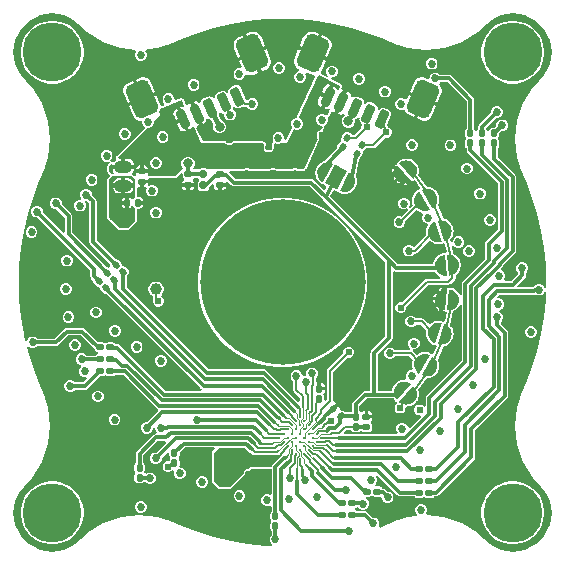
<source format=gbl>
G04*
G04 #@! TF.GenerationSoftware,Altium Limited,Altium Designer,21.9.2 (33)*
G04*
G04 Layer_Physical_Order=4*
G04 Layer_Color=16711680*
%FSLAX25Y25*%
%MOIN*%
G70*
G04*
G04 #@! TF.SameCoordinates,A2EF98D1-1A14-4516-B8CD-8696FD8A9C0B*
G04*
G04*
G04 #@! TF.FilePolarity,Positive*
G04*
G01*
G75*
%ADD10C,0.00811*%
%ADD62C,0.01221*%
%ADD63C,0.01200*%
%ADD64C,0.01500*%
%ADD65C,0.00800*%
%ADD66C,0.55118*%
%ADD67C,0.19685*%
%ADD68C,0.02400*%
%ADD69C,0.02700*%
%ADD70C,0.03200*%
%ADD71C,0.02559*%
G04:AMPARAMS|DCode=73|XSize=59.06mil|YSize=48.42mil|CornerRadius=12.11mil|HoleSize=0mil|Usage=FLASHONLY|Rotation=180.000|XOffset=0mil|YOffset=0mil|HoleType=Round|Shape=RoundedRectangle|*
%AMROUNDEDRECTD73*
21,1,0.05906,0.02421,0,0,180.0*
21,1,0.03484,0.04842,0,0,180.0*
1,1,0.02421,-0.01742,0.01211*
1,1,0.02421,0.01742,0.01211*
1,1,0.02421,0.01742,-0.01211*
1,1,0.02421,-0.01742,-0.01211*
%
%ADD73ROUNDEDRECTD73*%
G04:AMPARAMS|DCode=74|XSize=19.68mil|YSize=39.37mil|CornerRadius=0mil|HoleSize=0mil|Usage=FLASHONLY|Rotation=333.000|XOffset=0mil|YOffset=0mil|HoleType=Round|Shape=Round|*
%AMOVALD74*
21,1,0.01968,0.01968,0.00000,0.00000,63.0*
1,1,0.01968,-0.00447,-0.00877*
1,1,0.01968,0.00447,0.00877*
%
%ADD74OVALD74*%

G04:AMPARAMS|DCode=75|XSize=46mil|YSize=70mil|CornerRadius=0mil|HoleSize=0mil|Usage=FLASHONLY|Rotation=153.000|XOffset=0mil|YOffset=0mil|HoleType=Round|Shape=Rectangle|*
%AMROTATEDRECTD75*
4,1,4,0.03638,0.02074,0.00460,-0.04163,-0.03638,-0.02074,-0.00460,0.04163,0.03638,0.02074,0.0*
%
%ADD75ROTATEDRECTD75*%

%ADD76C,0.01968*%
G04:AMPARAMS|DCode=77|XSize=23.62mil|YSize=21.65mil|CornerRadius=5.41mil|HoleSize=0mil|Usage=FLASHONLY|Rotation=90.000|XOffset=0mil|YOffset=0mil|HoleType=Round|Shape=RoundedRectangle|*
%AMROUNDEDRECTD77*
21,1,0.02362,0.01083,0,0,90.0*
21,1,0.01280,0.02165,0,0,90.0*
1,1,0.01083,0.00541,0.00640*
1,1,0.01083,0.00541,-0.00640*
1,1,0.01083,-0.00541,-0.00640*
1,1,0.01083,-0.00541,0.00640*
%
%ADD77ROUNDEDRECTD77*%
%ADD78C,0.03937*%
G04:AMPARAMS|DCode=79|XSize=82.68mil|YSize=118.11mil|CornerRadius=20.67mil|HoleSize=0mil|Usage=FLASHONLY|Rotation=157.500|XOffset=0mil|YOffset=0mil|HoleType=Round|Shape=RoundedRectangle|*
%AMROUNDEDRECTD79*
21,1,0.08268,0.07677,0,0,157.5*
21,1,0.04134,0.11811,0,0,157.5*
1,1,0.04134,-0.00441,0.04337*
1,1,0.04134,0.03379,0.02755*
1,1,0.04134,0.00441,-0.04337*
1,1,0.04134,-0.03379,-0.02755*
%
%ADD79ROUNDEDRECTD79*%
G04:AMPARAMS|DCode=80|XSize=31.5mil|YSize=62.99mil|CornerRadius=7.87mil|HoleSize=0mil|Usage=FLASHONLY|Rotation=337.500|XOffset=0mil|YOffset=0mil|HoleType=Round|Shape=RoundedRectangle|*
%AMROUNDEDRECTD80*
21,1,0.03150,0.04724,0,0,337.5*
21,1,0.01575,0.06299,0,0,337.5*
1,1,0.01575,-0.00177,-0.02484*
1,1,0.01575,-0.01631,-0.01881*
1,1,0.01575,0.00177,0.02484*
1,1,0.01575,0.01631,0.01881*
%
%ADD80ROUNDEDRECTD80*%
G04:AMPARAMS|DCode=81|XSize=53.15mil|YSize=37.4mil|CornerRadius=9.35mil|HoleSize=0mil|Usage=FLASHONLY|Rotation=180.000|XOffset=0mil|YOffset=0mil|HoleType=Round|Shape=RoundedRectangle|*
%AMROUNDEDRECTD81*
21,1,0.05315,0.01870,0,0,180.0*
21,1,0.03445,0.03740,0,0,180.0*
1,1,0.01870,-0.01722,0.00935*
1,1,0.01870,0.01722,0.00935*
1,1,0.01870,0.01722,-0.00935*
1,1,0.01870,-0.01722,-0.00935*
%
%ADD81ROUNDEDRECTD81*%
G04:AMPARAMS|DCode=82|XSize=24.5mil|YSize=26mil|CornerRadius=6.13mil|HoleSize=0mil|Usage=FLASHONLY|Rotation=270.000|XOffset=0mil|YOffset=0mil|HoleType=Round|Shape=RoundedRectangle|*
%AMROUNDEDRECTD82*
21,1,0.02450,0.01375,0,0,270.0*
21,1,0.01225,0.02600,0,0,270.0*
1,1,0.01225,-0.00688,-0.00613*
1,1,0.01225,-0.00688,0.00613*
1,1,0.01225,0.00688,0.00613*
1,1,0.01225,0.00688,-0.00613*
%
%ADD82ROUNDEDRECTD82*%
G04:AMPARAMS|DCode=83|XSize=19.68mil|YSize=23.62mil|CornerRadius=4.92mil|HoleSize=0mil|Usage=FLASHONLY|Rotation=270.000|XOffset=0mil|YOffset=0mil|HoleType=Round|Shape=RoundedRectangle|*
%AMROUNDEDRECTD83*
21,1,0.01968,0.01378,0,0,270.0*
21,1,0.00984,0.02362,0,0,270.0*
1,1,0.00984,-0.00689,-0.00492*
1,1,0.00984,-0.00689,0.00492*
1,1,0.00984,0.00689,0.00492*
1,1,0.00984,0.00689,-0.00492*
%
%ADD83ROUNDEDRECTD83*%
%ADD84C,0.00984*%
G04:AMPARAMS|DCode=85|XSize=19.68mil|YSize=23.62mil|CornerRadius=4.92mil|HoleSize=0mil|Usage=FLASHONLY|Rotation=135.000|XOffset=0mil|YOffset=0mil|HoleType=Round|Shape=RoundedRectangle|*
%AMROUNDEDRECTD85*
21,1,0.01968,0.01378,0,0,135.0*
21,1,0.00984,0.02362,0,0,135.0*
1,1,0.00984,0.00139,0.00835*
1,1,0.00984,0.00835,0.00139*
1,1,0.00984,-0.00139,-0.00835*
1,1,0.00984,-0.00835,-0.00139*
%
%ADD85ROUNDEDRECTD85*%
G04:AMPARAMS|DCode=86|XSize=82.68mil|YSize=118.11mil|CornerRadius=20.67mil|HoleSize=0mil|Usage=FLASHONLY|Rotation=202.413|XOffset=0mil|YOffset=0mil|HoleType=Round|Shape=RoundedRectangle|*
%AMROUNDEDRECTD86*
21,1,0.08268,0.07677,0,0,202.4*
21,1,0.04134,0.11811,0,0,202.4*
1,1,0.04134,-0.03374,0.02761*
1,1,0.04134,0.00447,0.04337*
1,1,0.04134,0.03374,-0.02761*
1,1,0.04134,-0.00447,-0.04337*
%
%ADD86ROUNDEDRECTD86*%
G04:AMPARAMS|DCode=87|XSize=31.5mil|YSize=62.99mil|CornerRadius=7.87mil|HoleSize=0mil|Usage=FLASHONLY|Rotation=22.413|XOffset=0mil|YOffset=0mil|HoleType=Round|Shape=RoundedRectangle|*
%AMROUNDEDRECTD87*
21,1,0.03150,0.04724,0,0,22.4*
21,1,0.01575,0.06299,0,0,22.4*
1,1,0.01575,0.01629,-0.01884*
1,1,0.01575,0.00173,-0.02484*
1,1,0.01575,-0.01629,0.01884*
1,1,0.01575,-0.00173,0.02484*
%
%ADD87ROUNDEDRECTD87*%
G04:AMPARAMS|DCode=88|XSize=23.62mil|YSize=21.65mil|CornerRadius=5.41mil|HoleSize=0mil|Usage=FLASHONLY|Rotation=180.000|XOffset=0mil|YOffset=0mil|HoleType=Round|Shape=RoundedRectangle|*
%AMROUNDEDRECTD88*
21,1,0.02362,0.01083,0,0,180.0*
21,1,0.01280,0.02165,0,0,180.0*
1,1,0.01083,-0.00640,0.00541*
1,1,0.01083,0.00640,0.00541*
1,1,0.01083,0.00640,-0.00541*
1,1,0.01083,-0.00640,-0.00541*
%
%ADD88ROUNDEDRECTD88*%
G04:AMPARAMS|DCode=89|XSize=23.62mil|YSize=21.65mil|CornerRadius=5.41mil|HoleSize=0mil|Usage=FLASHONLY|Rotation=246.000|XOffset=0mil|YOffset=0mil|HoleType=Round|Shape=RoundedRectangle|*
%AMROUNDEDRECTD89*
21,1,0.02362,0.01083,0,0,246.0*
21,1,0.01280,0.02165,0,0,246.0*
1,1,0.01083,-0.00755,-0.00364*
1,1,0.01083,-0.00234,0.00805*
1,1,0.01083,0.00755,0.00364*
1,1,0.01083,0.00234,-0.00805*
%
%ADD89ROUNDEDRECTD89*%
G04:AMPARAMS|DCode=90|XSize=23.62mil|YSize=21.65mil|CornerRadius=5.41mil|HoleSize=0mil|Usage=FLASHONLY|Rotation=240.000|XOffset=0mil|YOffset=0mil|HoleType=Round|Shape=RoundedRectangle|*
%AMROUNDEDRECTD90*
21,1,0.02362,0.01083,0,0,240.0*
21,1,0.01280,0.02165,0,0,240.0*
1,1,0.01083,-0.00789,-0.00283*
1,1,0.01083,-0.00149,0.00825*
1,1,0.01083,0.00789,0.00283*
1,1,0.01083,0.00149,-0.00825*
%
%ADD90ROUNDEDRECTD90*%
G04:AMPARAMS|DCode=91|XSize=19.68mil|YSize=23.62mil|CornerRadius=4.92mil|HoleSize=0mil|Usage=FLASHONLY|Rotation=270.008|XOffset=0mil|YOffset=0mil|HoleType=Round|Shape=RoundedRectangle|*
%AMROUNDEDRECTD91*
21,1,0.01968,0.01378,0,0,270.0*
21,1,0.00984,0.02362,0,0,270.0*
1,1,0.00984,-0.00689,-0.00492*
1,1,0.00984,-0.00689,0.00492*
1,1,0.00984,0.00689,0.00492*
1,1,0.00984,0.00689,-0.00492*
%
%ADD91ROUNDEDRECTD91*%
G04:AMPARAMS|DCode=92|XSize=19.68mil|YSize=23.62mil|CornerRadius=4.92mil|HoleSize=0mil|Usage=FLASHONLY|Rotation=0.000|XOffset=0mil|YOffset=0mil|HoleType=Round|Shape=RoundedRectangle|*
%AMROUNDEDRECTD92*
21,1,0.01968,0.01378,0,0,0.0*
21,1,0.00984,0.02362,0,0,0.0*
1,1,0.00984,0.00492,-0.00689*
1,1,0.00984,-0.00492,-0.00689*
1,1,0.00984,-0.00492,0.00689*
1,1,0.00984,0.00492,0.00689*
%
%ADD92ROUNDEDRECTD92*%
G04:AMPARAMS|DCode=93|XSize=23.62mil|YSize=21.65mil|CornerRadius=5.41mil|HoleSize=0mil|Usage=FLASHONLY|Rotation=315.000|XOffset=0mil|YOffset=0mil|HoleType=Round|Shape=RoundedRectangle|*
%AMROUNDEDRECTD93*
21,1,0.02362,0.01083,0,0,315.0*
21,1,0.01280,0.02165,0,0,315.0*
1,1,0.01083,0.00070,-0.00835*
1,1,0.01083,-0.00835,0.00070*
1,1,0.01083,-0.00070,0.00835*
1,1,0.01083,0.00835,-0.00070*
%
%ADD93ROUNDEDRECTD93*%
%ADD94C,0.00350*%
%ADD95C,0.00799*%
%ADD96C,0.01056*%
%ADD97C,0.01157*%
G36*
X78791Y89522D02*
X80761Y89049D01*
X82632Y88274D01*
X84360Y87215D01*
X85900Y85900D01*
X87215Y84360D01*
X88274Y82632D01*
X89049Y80761D01*
X89522Y78791D01*
X89681Y76772D01*
X89522Y74752D01*
X89049Y72782D01*
X88274Y70911D01*
X87215Y69184D01*
X86289Y68099D01*
X85899Y67664D01*
X85620Y67415D01*
X85469Y67245D01*
X83548Y65096D01*
X81749Y62560D01*
X80245Y59838D01*
X79055Y56966D01*
X78194Y53977D01*
X77673Y50912D01*
X77499Y47807D01*
X77673Y44702D01*
X78194Y41637D01*
X79049Y38670D01*
X79055Y38649D01*
X79085Y38576D01*
X79298Y38032D01*
X79298Y38032D01*
X79544Y37490D01*
X81277Y33666D01*
X83305Y28278D01*
X84976Y22769D01*
X86283Y17163D01*
X87221Y11483D01*
X87785Y5754D01*
X87973Y0D01*
X87918Y-1697D01*
X87314Y-1807D01*
X87086Y-1258D01*
X86538Y-709D01*
X85821Y-412D01*
X85045D01*
X84329Y-709D01*
X83780Y-1258D01*
X83651Y-1569D01*
X83533Y-1648D01*
X78444D01*
X78214Y-1094D01*
X80794Y1486D01*
X80794Y1486D01*
X81061Y1886D01*
X81155Y2358D01*
X81155Y2358D01*
Y3201D01*
X81574Y3620D01*
X81871Y4337D01*
Y5112D01*
X81574Y5829D01*
X81026Y6378D01*
X80309Y6674D01*
X79533D01*
X78817Y6378D01*
X78268Y5829D01*
X77971Y5112D01*
Y4337D01*
X78268Y3620D01*
X78497Y3391D01*
Y2679D01*
X76276Y458D01*
X74143D01*
X73895Y1058D01*
X73897Y1061D01*
X74194Y1777D01*
Y2553D01*
X73897Y3270D01*
X73349Y3818D01*
X73010Y3959D01*
X72869Y4666D01*
X73228Y5024D01*
X73495Y5425D01*
X73554Y5724D01*
X77580Y9750D01*
X77848Y10150D01*
X77942Y10622D01*
X77942Y10622D01*
Y35057D01*
X77942Y35058D01*
X77848Y35530D01*
X77580Y35930D01*
X77580Y35930D01*
X71706Y41804D01*
Y44809D01*
X71837Y44896D01*
X72089Y45273D01*
X72177Y45719D01*
Y46998D01*
X72089Y47443D01*
X71975Y47613D01*
X71883Y48031D01*
X71975Y48450D01*
X72089Y48620D01*
X72177Y49065D01*
Y49665D01*
X72925Y50412D01*
X73616D01*
X74333Y50709D01*
X74882Y51258D01*
X75178Y51974D01*
Y52750D01*
X74882Y53467D01*
X74333Y54015D01*
X73616Y54312D01*
X72840D01*
X72124Y54015D01*
X71575Y53467D01*
X71278Y52750D01*
Y52256D01*
X70531Y51508D01*
X69931D01*
X69486Y51420D01*
X69108Y51167D01*
X68856Y50790D01*
X68810Y50558D01*
X68198D01*
X68152Y50790D01*
X67900Y51167D01*
X68058Y51762D01*
X71213Y54917D01*
X71822D01*
X72539Y55214D01*
X73087Y55763D01*
X73384Y56479D01*
Y57255D01*
X73087Y57972D01*
X72539Y58520D01*
X71822Y58817D01*
X71046D01*
X70330Y58520D01*
X69781Y57972D01*
X69484Y57255D01*
Y56679D01*
X65663Y52858D01*
X65395Y52457D01*
X65302Y51985D01*
Y51254D01*
X65171Y51167D01*
X64919Y50790D01*
X64873Y50558D01*
X64261D01*
X64215Y50790D01*
X63963Y51167D01*
X63832Y51254D01*
Y60925D01*
X63738Y61397D01*
X63471Y61798D01*
X63471Y61798D01*
X56384Y68884D01*
X55984Y69152D01*
X55512Y69246D01*
X52508D01*
X52089Y69665D01*
X51372Y69962D01*
X50596D01*
X49880Y69665D01*
X49331Y69116D01*
X49034Y68400D01*
Y68164D01*
X48434Y67763D01*
X47510Y68146D01*
X46781Y68341D01*
X46026D01*
X45296Y68146D01*
X44643Y67768D01*
X44109Y67235D01*
X43732Y66581D01*
X42492Y63589D01*
X47073Y61691D01*
X51654Y59794D01*
X52894Y62786D01*
X53089Y63515D01*
Y64270D01*
X52894Y64999D01*
X52516Y65653D01*
X52342Y65828D01*
X52318Y65878D01*
X52360Y66630D01*
X52508Y66778D01*
X55001D01*
X61365Y60414D01*
Y51254D01*
X61234Y51167D01*
X60982Y50790D01*
X60893Y50345D01*
Y49065D01*
X60982Y48620D01*
X61095Y48450D01*
X61188Y48031D01*
X61095Y47613D01*
X60982Y47443D01*
X60893Y46998D01*
Y45719D01*
X60982Y45273D01*
X61234Y44896D01*
X61365Y44809D01*
Y44017D01*
X61458Y43545D01*
X61726Y43145D01*
X71833Y33038D01*
Y17674D01*
X67842Y13682D01*
X67574Y13282D01*
X67480Y12810D01*
Y7916D01*
X65170Y5607D01*
X65149Y5575D01*
X60028Y453D01*
X59760Y53D01*
X59666Y-419D01*
Y-4074D01*
X59602Y-4101D01*
X59087Y-4180D01*
X58766Y-3570D01*
X58715Y-3528D01*
X58696Y-3464D01*
X58262Y-2928D01*
X58204Y-2896D01*
X58173Y-2837D01*
X57643Y-2397D01*
X57579Y-2377D01*
X57537Y-2325D01*
X56931Y-1996D01*
X56865Y-1989D01*
X56814Y-1947D01*
X56156Y-1742D01*
X56089Y-1749D01*
X56031Y-1717D01*
X55688Y-1681D01*
X55688Y-1681D01*
X55211Y-1822D01*
X55201Y-1841D01*
X54826Y-1963D01*
X54525Y-2004D01*
X54199Y-1827D01*
X54158Y-2221D01*
X54401Y-2198D01*
X54744Y-2235D01*
X54744Y-2235D01*
X54012Y-9196D01*
X53669Y-9160D01*
X53436Y-9088D01*
X53395Y-9481D01*
X53685Y-9395D01*
X53839Y-9366D01*
X54378Y-9676D01*
X54384Y-9697D01*
X54416Y-9714D01*
X54429Y-9747D01*
X54630Y-9831D01*
X54776Y-9910D01*
X54127Y-12963D01*
X53486Y-13115D01*
X53446Y-13089D01*
X53284Y-12950D01*
X53284Y-12950D01*
X52956Y-12844D01*
X52890Y-12849D01*
X52832Y-12816D01*
X52147Y-12735D01*
X52083Y-12753D01*
X52020Y-12733D01*
X51332Y-12787D01*
X51273Y-12817D01*
X51207Y-12809D01*
X50543Y-12996D01*
X50491Y-13037D01*
X50425Y-13043D01*
X49810Y-13356D01*
X49767Y-13406D01*
X49703Y-13424D01*
X49162Y-13851D01*
X48603Y-13638D01*
X47236Y-12271D01*
X46906Y-12050D01*
X46516Y-11972D01*
X44602D01*
X44567Y-11888D01*
X44018Y-11339D01*
X43301Y-11042D01*
X42526D01*
X41809Y-11339D01*
X41260Y-11888D01*
X40963Y-12604D01*
Y-13380D01*
X41260Y-14097D01*
X41809Y-14645D01*
X42526Y-14942D01*
X43301D01*
X44018Y-14645D01*
X44567Y-14097D01*
X44602Y-14012D01*
X46093D01*
X47967Y-15886D01*
X47949Y-15942D01*
X47954Y-16008D01*
X47921Y-16066D01*
X47840Y-16751D01*
X47858Y-16815D01*
X47838Y-16878D01*
X47892Y-17566D01*
X47922Y-17625D01*
X47914Y-17691D01*
X48101Y-18354D01*
X48142Y-18407D01*
X48148Y-18473D01*
X48461Y-19087D01*
X48511Y-19130D01*
X48529Y-19195D01*
X48956Y-19736D01*
X49014Y-19769D01*
X49044Y-19828D01*
X49569Y-20276D01*
X49632Y-20296D01*
X49673Y-20348D01*
X50275Y-20685D01*
X50341Y-20693D01*
X50391Y-20736D01*
X50719Y-20843D01*
X50719Y-20843D01*
X50988Y-20821D01*
X51414Y-21316D01*
X50254Y-23920D01*
X49591Y-23937D01*
X49541Y-23894D01*
X49427Y-23745D01*
X49427D01*
X49128Y-23573D01*
X49062Y-23564D01*
X49012Y-23520D01*
X48360Y-23299D01*
X48293Y-23303D01*
X48236Y-23270D01*
X47552Y-23180D01*
X47488Y-23197D01*
X47425Y-23176D01*
X46737Y-23221D01*
X46677Y-23250D01*
X46611Y-23242D01*
X45945Y-23420D01*
X45893Y-23460D01*
X45826Y-23465D01*
X45208Y-23770D01*
X45164Y-23820D01*
X45100Y-23837D01*
X44698Y-24145D01*
X43455Y-22901D01*
X43432Y-22886D01*
X43614Y-22286D01*
X44119D01*
X44836Y-21989D01*
X45384Y-21441D01*
X45681Y-20724D01*
Y-19948D01*
X45384Y-19231D01*
X44836Y-18683D01*
X44119Y-18386D01*
X43343D01*
X42627Y-18683D01*
X42078Y-19231D01*
X41781Y-19948D01*
Y-20724D01*
X42078Y-21441D01*
X42627Y-21989D01*
X42659Y-22003D01*
X42540Y-22603D01*
X37515D01*
X37480Y-22517D01*
X36931Y-21969D01*
X36215Y-21672D01*
X35439D01*
X34722Y-21969D01*
X34174Y-22517D01*
X33877Y-23234D01*
Y-24010D01*
X34174Y-24727D01*
X34722Y-25275D01*
X35439Y-25572D01*
X36215D01*
X36931Y-25275D01*
X37480Y-24727D01*
X37515Y-24642D01*
X42311D01*
X43487Y-25817D01*
X43312Y-26331D01*
X43316Y-26398D01*
X43283Y-26455D01*
X43193Y-27139D01*
X43210Y-27203D01*
X43189Y-27266D01*
X43234Y-27954D01*
X43264Y-28014D01*
X43255Y-28080D01*
X43405Y-28641D01*
X43187Y-29091D01*
X42994Y-29241D01*
X42647D01*
X41931Y-29537D01*
X41382Y-30086D01*
X41085Y-30803D01*
Y-31578D01*
X41206Y-31870D01*
X40952Y-32317D01*
X40885Y-32385D01*
X40791Y-32435D01*
X40760Y-32425D01*
X40072Y-32461D01*
X40012Y-32489D01*
X39946Y-32480D01*
X39278Y-32649D01*
X39225Y-32689D01*
X39158Y-32693D01*
X38536Y-32990D01*
X38491Y-33039D01*
X38427Y-33055D01*
X37874Y-33468D01*
X37840Y-33525D01*
X37780Y-33554D01*
X37550Y-33810D01*
X37550Y-33810D01*
X37319Y-34066D01*
X37297Y-34129D01*
X37244Y-34169D01*
X36891Y-34761D01*
X36882Y-34827D01*
X36837Y-34876D01*
X36607Y-35526D01*
X36610Y-35593D01*
X36576Y-35650D01*
X36501Y-36169D01*
X31742D01*
Y-24038D01*
X36306Y-19475D01*
X36573Y-19075D01*
X36667Y-18602D01*
X36667Y-18602D01*
Y3630D01*
X37267Y3852D01*
X37520Y3683D01*
X37992Y3589D01*
X37992Y3589D01*
X50811D01*
X50896Y3432D01*
X50948Y3391D01*
X50967Y3327D01*
X51408Y2797D01*
X51467Y2766D01*
X51499Y2708D01*
X52035Y2274D01*
X52098Y2255D01*
X52141Y2204D01*
X52184Y2181D01*
X52430Y1382D01*
X52395Y1315D01*
X48130D01*
X47740Y1237D01*
X47409Y1016D01*
X39728Y-6665D01*
X39728Y-6665D01*
X39012D01*
X38350Y-6939D01*
X37844Y-7445D01*
X37570Y-8106D01*
Y-8823D01*
X37844Y-9484D01*
X38350Y-9990D01*
X39012Y-10265D01*
X39728D01*
X40390Y-9990D01*
X40896Y-9484D01*
X41170Y-8823D01*
Y-8106D01*
X41170Y-8106D01*
X48552Y-724D01*
X55315D01*
X55705Y-647D01*
X56036Y-426D01*
X57379Y918D01*
X57600Y1249D01*
X57678Y1639D01*
Y2426D01*
X58173Y2838D01*
X58204Y2897D01*
X58262Y2928D01*
X58696Y3464D01*
X58715Y3528D01*
X58766Y3570D01*
X59087Y4180D01*
X59093Y4247D01*
X59135Y4298D01*
X59331Y4959D01*
X59324Y5026D01*
X59355Y5085D01*
X59418Y5771D01*
X59398Y5835D01*
X59417Y5898D01*
X59381Y6241D01*
X59381Y6241D01*
X59345Y6584D01*
X59313Y6642D01*
X59319Y6709D01*
X59115Y7367D01*
X59072Y7418D01*
X59065Y7484D01*
X58736Y8090D01*
X58685Y8132D01*
X58665Y8196D01*
X58224Y8726D01*
X58165Y8757D01*
X58134Y8815D01*
X57598Y9249D01*
X57534Y9268D01*
X57491Y9319D01*
X56922Y9619D01*
X56353Y12295D01*
X56929Y12473D01*
X57008Y12281D01*
X57557Y11733D01*
X58274Y11436D01*
X59049D01*
X59766Y11733D01*
X60315Y12281D01*
X60611Y12998D01*
Y13774D01*
X60315Y14490D01*
X59766Y15039D01*
X59049Y15336D01*
X58274D01*
X57557Y15039D01*
X57008Y14490D01*
X56711Y13774D01*
Y13496D01*
X56111Y13432D01*
X55913Y14365D01*
X56312Y14870D01*
X56330Y14934D01*
X56380Y14978D01*
X56693Y15592D01*
X56698Y15658D01*
X56739Y15710D01*
X56927Y16374D01*
X56919Y16440D01*
X56949Y16499D01*
X57003Y17187D01*
X56983Y17250D01*
X57001Y17314D01*
X56920Y17999D01*
X56887Y18057D01*
X56892Y18123D01*
X56786Y18451D01*
Y18451D01*
X56679Y18779D01*
X56636Y18829D01*
X56628Y18895D01*
X56291Y19497D01*
X56239Y19538D01*
X56219Y19601D01*
X55771Y20126D01*
X55712Y20156D01*
X55679Y20214D01*
X55138Y20641D01*
X55074Y20659D01*
X55030Y20709D01*
X54416Y21022D01*
X54350Y21027D01*
X54298Y21069D01*
X53678Y21243D01*
X51705Y25676D01*
X51989Y26253D01*
X51994Y26320D01*
X52034Y26372D01*
X52213Y27038D01*
X52204Y27104D01*
X52233Y27164D01*
X52278Y27852D01*
X52257Y27915D01*
X52274Y27979D01*
X52184Y28663D01*
X52151Y28720D01*
X52155Y28787D01*
X51934Y29440D01*
X51890Y29490D01*
X51881Y29556D01*
X51709Y29854D01*
X51709Y29854D01*
X51536Y30153D01*
X51484Y30193D01*
X51462Y30256D01*
X51008Y30775D01*
X50948Y30804D01*
X50915Y30861D01*
X50368Y31281D01*
X50304Y31299D01*
X50260Y31348D01*
X49641Y31653D01*
X49575Y31658D01*
X49522Y31698D01*
X48856Y31877D01*
X48790Y31868D01*
X48731Y31897D01*
X48088Y31940D01*
X45236Y35865D01*
X45395Y36489D01*
X45385Y36555D01*
X45414Y36615D01*
X45450Y37303D01*
X45428Y37366D01*
X45444Y37430D01*
X45345Y38113D01*
X45311Y38170D01*
X45315Y38236D01*
X45085Y38886D01*
X45040Y38936D01*
X45031Y39001D01*
X44678Y39594D01*
X44625Y39634D01*
X44602Y39696D01*
X44372Y39952D01*
X44372Y39952D01*
X44141Y40209D01*
X44081Y40237D01*
X44047Y40295D01*
X43495Y40707D01*
X43430Y40723D01*
X43386Y40773D01*
X42763Y41070D01*
X42697Y41073D01*
X42644Y41113D01*
X41976Y41283D01*
X41910Y41273D01*
X41850Y41302D01*
X41161Y41338D01*
X41098Y41316D01*
X41034Y41332D01*
X40352Y41233D01*
X40294Y41199D01*
X40228Y41203D01*
X39578Y40972D01*
X39529Y40928D01*
X39463Y40918D01*
X38870Y40566D01*
X38831Y40512D01*
X38768Y40490D01*
X38512Y40260D01*
X38401Y40027D01*
X38342Y39904D01*
X38298Y39811D01*
X38298Y39811D01*
Y39811D01*
X38305Y39791D01*
X38137Y39415D01*
X37983Y39182D01*
X37898Y39152D01*
X37624Y39055D01*
X37889Y38761D01*
X38035Y38957D01*
X38291Y39187D01*
X38291Y39187D01*
X42975Y33985D01*
X42719Y33755D01*
X42509Y33630D01*
X42774Y33336D01*
X42901Y33602D01*
X42973Y33740D01*
X43577Y33936D01*
X43596Y33926D01*
X43613Y33933D01*
X43630Y33926D01*
X43845Y34015D01*
X44016Y34075D01*
X45835Y31572D01*
X45809Y31512D01*
X45520Y30985D01*
X45445Y30954D01*
X45278Y30932D01*
X45277Y30932D01*
X44979Y30760D01*
X44938Y30707D01*
X44875Y30686D01*
X44357Y30231D01*
X44328Y30171D01*
X44270Y30138D01*
X43850Y29591D01*
X43833Y29527D01*
X43783Y29483D01*
X43478Y28865D01*
X43474Y28798D01*
X43433Y28746D01*
X43255Y28080D01*
X43264Y28014D01*
X43234Y27954D01*
X43189Y27266D01*
X43210Y27203D01*
X43193Y27139D01*
X43283Y26455D01*
X43317Y26398D01*
X43312Y26331D01*
X43487Y25817D01*
X42503Y24833D01*
X42063Y25220D01*
X42360Y25937D01*
Y26713D01*
X42063Y27430D01*
X41515Y27978D01*
X40798Y28275D01*
X40022D01*
X39305Y27978D01*
X38757Y27430D01*
X38460Y26713D01*
Y25937D01*
X38757Y25220D01*
X39305Y24672D01*
X40022Y24375D01*
X40798D01*
X41515Y24672D01*
X41902Y24232D01*
X39591Y21922D01*
X39355Y22019D01*
X38579D01*
X37863Y21723D01*
X37314Y21174D01*
X37017Y20457D01*
Y19681D01*
X37314Y18965D01*
X37863Y18416D01*
X38579Y18119D01*
X39355D01*
X40072Y18416D01*
X40620Y18965D01*
X40917Y19681D01*
Y20364D01*
X44698Y24145D01*
X45100Y23837D01*
X45164Y23820D01*
X45208Y23770D01*
X45826Y23465D01*
X45893Y23460D01*
X45945Y23420D01*
X46450Y23285D01*
X46604Y23032D01*
X46693Y22827D01*
X46718Y22701D01*
X46715Y22621D01*
X46475Y22041D01*
Y21266D01*
X46772Y20549D01*
X47321Y20000D01*
X48037Y19703D01*
X48167D01*
X48362Y19430D01*
X48480Y19193D01*
X48480Y19104D01*
X48461Y19087D01*
X48148Y18473D01*
X48143Y18407D01*
X48101Y18354D01*
X47914Y17691D01*
X47922Y17625D01*
X47892Y17566D01*
X47838Y16878D01*
X47858Y16815D01*
X47840Y16751D01*
X47921Y16066D01*
X47954Y16008D01*
X47949Y15942D01*
X47967Y15886D01*
X43810Y11728D01*
X43779Y11734D01*
X43231Y12283D01*
X42514Y12580D01*
X41738D01*
X41021Y12283D01*
X40473Y11734D01*
X40176Y11018D01*
Y10242D01*
X40473Y9525D01*
X41021Y8977D01*
X41738Y8680D01*
X42514D01*
X43231Y8977D01*
X43779Y9525D01*
X43814Y9610D01*
X44153D01*
X44543Y9688D01*
X44874Y9909D01*
X48603Y13638D01*
X49162Y13851D01*
X49703Y13424D01*
X49767Y13406D01*
X49810Y13355D01*
X50425Y13043D01*
X50491Y13037D01*
X50543Y12996D01*
X51207Y12809D01*
X51273Y12817D01*
X51332Y12787D01*
X52020Y12733D01*
X52083Y12753D01*
X52147Y12735D01*
X52832Y12816D01*
X52890Y12849D01*
X52956Y12843D01*
X53284Y12950D01*
X53442Y13085D01*
X54032Y12971D01*
X54192Y12653D01*
X54716Y10190D01*
X54189Y9785D01*
X54120Y9790D01*
X53944Y9842D01*
X53601Y9806D01*
X53543Y9774D01*
X53477Y9780D01*
X52818Y9576D01*
X52767Y9533D01*
X52701Y9526D01*
X52095Y9198D01*
X52053Y9146D01*
X51990Y9126D01*
X51460Y8685D01*
X51429Y8626D01*
X51370Y8595D01*
X50936Y8059D01*
X50918Y7995D01*
X50866Y7953D01*
X50545Y7342D01*
X50539Y7276D01*
X50497Y7224D01*
X50302Y6563D01*
X49917Y6057D01*
X38503D01*
X36306Y8254D01*
X15869Y28691D01*
X17045Y30900D01*
X18577Y30119D01*
X18588Y30094D01*
X18632Y30076D01*
X18657Y30034D01*
X18657Y30034D01*
X18702Y30022D01*
X18732Y29986D01*
X18732Y29986D01*
X18742Y29985D01*
X18748Y29976D01*
X19055Y29818D01*
X19122Y29812D01*
X19174Y29770D01*
X19838Y29580D01*
X19905Y29588D01*
X19964Y29557D01*
X20653Y29501D01*
X20717Y29521D01*
X20781Y29503D01*
X21467Y29583D01*
X21525Y29616D01*
X21592Y29610D01*
X22249Y29824D01*
X22300Y29867D01*
X22367Y29875D01*
X22969Y30214D01*
X23010Y30266D01*
X23074Y30287D01*
X23597Y30737D01*
X23628Y30797D01*
X23686Y30830D01*
X24111Y31374D01*
X24129Y31439D01*
X24180Y31483D01*
X24331Y31784D01*
X24331Y31784D01*
X24489Y32091D01*
X24495Y32158D01*
X24537Y32210D01*
X24727Y32874D01*
X24720Y32941D01*
X24751Y33000D01*
X24807Y33689D01*
X24786Y33752D01*
X24805Y33817D01*
X24725Y34503D01*
X24692Y34561D01*
X24697Y34628D01*
X24484Y35285D01*
X24440Y35336D01*
X24433Y35396D01*
X25656Y41179D01*
X25911Y41469D01*
X26550Y42577D01*
X26696Y43007D01*
X26683Y43210D01*
X26877Y43824D01*
X27285Y44025D01*
X27584Y44367D01*
X27807Y44754D01*
X30320D01*
X30711Y44831D01*
X31041Y45052D01*
X34288Y48298D01*
X34288Y48298D01*
X35004D01*
X35665Y48572D01*
X36172Y49079D01*
X36446Y49740D01*
Y50457D01*
X36172Y51118D01*
X35665Y51624D01*
X35138Y51843D01*
X34966Y52359D01*
X34948Y52390D01*
X34941Y52426D01*
X34850Y52562D01*
X34826Y52604D01*
X36138Y55770D01*
X36245Y56312D01*
X36138Y56853D01*
X35831Y57312D01*
X35372Y57619D01*
X33917Y58221D01*
X33376Y58329D01*
X32835Y58221D01*
X32376Y57915D01*
X32204Y57657D01*
X31638Y57891D01*
X31699Y58195D01*
X31591Y58736D01*
X31284Y59195D01*
X30825Y59502D01*
X29371Y60105D01*
X28829Y60212D01*
X28288Y60105D01*
X27829Y59798D01*
X27657Y59540D01*
X27092Y59774D01*
X27152Y60078D01*
X27044Y60620D01*
X26738Y61079D01*
X26279Y61385D01*
X24824Y61988D01*
X24283Y62095D01*
X23741Y61988D01*
X23378Y61745D01*
X22973Y61899D01*
X22797Y62024D01*
X22686Y62581D01*
X22335Y63106D01*
X21810Y63457D01*
X21637Y63529D01*
X20114Y59851D01*
X18590Y56173D01*
X18764Y56101D01*
X19383Y55978D01*
X20002Y56101D01*
X20124Y56183D01*
X20719Y55859D01*
X20717Y55710D01*
X20703Y55704D01*
X20084Y55085D01*
X19749Y54276D01*
Y53401D01*
X20084Y52592D01*
X20703Y51973D01*
X21511Y51639D01*
X22386D01*
X23195Y51973D01*
X23814Y52592D01*
X24149Y53401D01*
Y54276D01*
X24189Y54350D01*
X24471Y54407D01*
X24930Y54713D01*
X25102Y54971D01*
X25667Y54737D01*
X25607Y54433D01*
X25714Y53891D01*
X26021Y53433D01*
X26199Y53314D01*
X26454Y52905D01*
X26407Y52507D01*
X26251Y52130D01*
Y51414D01*
X26251Y51414D01*
X24142Y49305D01*
X23189D01*
X23097Y49450D01*
X22726Y49712D01*
X21737Y50153D01*
X21294Y50253D01*
X20846Y50176D01*
X20462Y49934D01*
X20200Y49563D01*
X19680Y48394D01*
X19580Y47951D01*
X19614Y47750D01*
X19485Y47119D01*
X19101Y46876D01*
X18839Y46506D01*
X18319Y45337D01*
X18234Y44960D01*
X14274Y40571D01*
X14222Y40543D01*
X14155Y40548D01*
X13498Y40334D01*
X13447Y40291D01*
X13381Y40283D01*
X12779Y39944D01*
X12737Y39892D01*
X12674Y39871D01*
X12150Y39421D01*
X12120Y39361D01*
X12061Y39328D01*
X11636Y38783D01*
X11618Y38719D01*
X11568Y38675D01*
X11416Y38373D01*
X11258Y38067D01*
X11252Y38000D01*
X11210Y37948D01*
X11020Y37284D01*
X11027Y37217D01*
X10997Y37158D01*
X10940Y36469D01*
X10961Y36406D01*
X10943Y36341D01*
X11023Y35655D01*
X11055Y35597D01*
X11050Y35530D01*
X11264Y34873D01*
X11307Y34822D01*
X11315Y34755D01*
X11653Y34153D01*
X11706Y34112D01*
X11727Y34048D01*
X12177Y33525D01*
X12237Y33494D01*
X12270Y33436D01*
X12814Y33011D01*
X12879Y32993D01*
X12923Y32942D01*
X12923Y32942D01*
X13231Y32787D01*
X13333Y32780D01*
X13428Y32742D01*
X13428Y32743D01*
X14464Y32215D01*
X14645Y31642D01*
X14281Y30961D01*
X13688Y30872D01*
X10420Y34140D01*
X10019Y34408D01*
X9547Y34502D01*
X-15631D01*
X-17675Y36546D01*
X-17426Y37146D01*
X-12979D01*
X-12740Y37245D01*
X-12680D01*
X-12138Y37470D01*
X-11681D01*
X-11138Y37245D01*
X-11079D01*
X-10840Y37146D01*
X-4416D01*
X-3956Y37336D01*
X-3900Y37393D01*
X-3477Y37568D01*
X-3019D01*
X-2596Y37393D01*
X-2540Y37336D01*
X-2080Y37146D01*
X3331D01*
X3450Y37195D01*
X3579D01*
X4003Y37371D01*
X4461D01*
X4885Y37195D01*
X5015D01*
X5134Y37146D01*
X7080D01*
X7199Y37195D01*
X7329D01*
X7420Y37287D01*
X7539Y37336D01*
X7589Y37455D01*
X7680Y37547D01*
X7686Y37561D01*
X8101Y37976D01*
X8142Y38074D01*
X8258Y38188D01*
X12305Y47654D01*
X12306Y47787D01*
X12357Y47909D01*
X12309Y48025D01*
X12310Y48151D01*
X12233Y48230D01*
Y48232D01*
X12009Y48774D01*
Y49232D01*
X12184Y49655D01*
X12507Y49979D01*
X12930Y50154D01*
X12945D01*
X13061Y50202D01*
X13186Y50200D01*
X13281Y50293D01*
X13404Y50344D01*
X13452Y50460D01*
X13542Y50548D01*
X13966Y51539D01*
X13966Y51608D01*
X14005Y51664D01*
X13969Y51849D01*
X13971Y52036D01*
X14220Y52561D01*
X14294Y52591D01*
X14842Y53140D01*
X15139Y53857D01*
Y54632D01*
X15125Y54666D01*
X15328Y55209D01*
X15464Y55343D01*
X15624Y55448D01*
X15637Y55512D01*
X15683Y55557D01*
X16222Y56816D01*
X16381Y56884D01*
X16933Y56955D01*
X17309Y56704D01*
X17482Y56632D01*
X19005Y60310D01*
X20528Y63988D01*
X20355Y64060D01*
X20001Y64130D01*
X19601Y64721D01*
X19854Y65313D01*
X19857Y65544D01*
X19873Y65774D01*
X19860Y65789D01*
X19860Y65810D01*
X19699Y65975D01*
X19547Y66149D01*
X16260Y67793D01*
X16402Y68393D01*
X16995D01*
X17711Y68690D01*
X18260Y69238D01*
X18557Y69955D01*
Y70731D01*
X18260Y71447D01*
X17711Y71996D01*
X16995Y72293D01*
X16219D01*
X15502Y71996D01*
X14954Y71447D01*
X14657Y70731D01*
Y69955D01*
X14954Y69238D01*
X15196Y68996D01*
X14840Y68503D01*
X12905Y69471D01*
X12752Y70167D01*
X12842Y70256D01*
X13219Y70910D01*
X14458Y73902D01*
X9877Y75800D01*
X5296Y77697D01*
X4057Y74705D01*
X3861Y73976D01*
Y73221D01*
X4057Y72492D01*
X4434Y71838D01*
X4968Y71304D01*
X5450Y71026D01*
X5464Y70904D01*
X5390Y70434D01*
X5371Y70393D01*
X4801Y70157D01*
X4252Y69608D01*
X3955Y68892D01*
Y68116D01*
X4252Y67399D01*
X4801Y66851D01*
X5518Y66554D01*
X6293D01*
X7010Y66851D01*
X7559Y67399D01*
X7856Y68116D01*
Y68892D01*
X7625Y69447D01*
X7998Y69913D01*
X8025Y69932D01*
X9441Y69345D01*
X10170Y69150D01*
X10591D01*
X10987Y68575D01*
X4932Y55412D01*
X4932Y55405D01*
X4927Y55401D01*
X4922Y55158D01*
X4913Y54915D01*
X4434Y54881D01*
X4433Y54880D01*
X4348Y54845D01*
X3717Y54584D01*
X3168Y54035D01*
X2871Y53318D01*
Y52543D01*
X3168Y51826D01*
X3163Y51550D01*
X3150Y51539D01*
X1288Y47490D01*
X1082Y47474D01*
X961Y47557D01*
X576Y48036D01*
Y48597D01*
X279Y49313D01*
X-269Y49862D01*
X-986Y50159D01*
X-1762D01*
X-2478Y49862D01*
X-3027Y49313D01*
X-3324Y48597D01*
Y47821D01*
X-3027Y47104D01*
X-3067Y46719D01*
X-3401Y46219D01*
X-3414Y46154D01*
X-3461Y46107D01*
Y45917D01*
X-3498Y45732D01*
X-3461Y45676D01*
Y45610D01*
X-3377Y45406D01*
Y44948D01*
X-3552Y44525D01*
X-3876Y44202D01*
X-4299Y44027D01*
X-4756D01*
X-5179Y44202D01*
X-5503Y44525D01*
X-5678Y44948D01*
Y45406D01*
X-5594Y45610D01*
Y45676D01*
X-5557Y45732D01*
X-5594Y45917D01*
Y46107D01*
X-5641Y46154D01*
X-5654Y46219D01*
X-5988Y46719D01*
X-6043Y46756D01*
X-6069Y46817D01*
X-6244Y46890D01*
X-6401Y46995D01*
X-6466Y46982D01*
X-6528Y47008D01*
X-16340D01*
X-16799Y46817D01*
X-17035Y46582D01*
X-17458Y46406D01*
X-17915D01*
X-18338Y46582D01*
X-18574Y46817D01*
X-19033Y47008D01*
X-26667D01*
X-28761Y51662D01*
X-28655Y51875D01*
X-28364Y52242D01*
X-27866Y52341D01*
X-27692Y52412D01*
X-29210Y56092D01*
X-30728Y59772D01*
X-30901Y59701D01*
X-31427Y59351D01*
X-31550Y59166D01*
X-31854Y59181D01*
X-32192Y59286D01*
X-32993Y61066D01*
X-33170Y61233D01*
X-33344Y61402D01*
X-33350Y61402D01*
X-33355Y61406D01*
X-33598Y61399D01*
X-33841Y61396D01*
X-35487Y60692D01*
X-36077Y61092D01*
Y61491D01*
X-36374Y62208D01*
X-36923Y62756D01*
X-37639Y63053D01*
X-38415D01*
X-39132Y62756D01*
X-39680Y62208D01*
X-39977Y61491D01*
Y60715D01*
X-39680Y59999D01*
X-39366Y59684D01*
X-39466Y58988D01*
X-40044Y58741D01*
X-40687Y59118D01*
X-40792Y59513D01*
X-42026Y62507D01*
X-46611Y60617D01*
X-51195Y58726D01*
X-49960Y55732D01*
X-49583Y55078D01*
X-49050Y54543D01*
X-48397Y54165D01*
X-47668Y53968D01*
X-47364Y53968D01*
X-46900Y53893D01*
X-46810Y53394D01*
Y53102D01*
X-46513Y52386D01*
X-45965Y51837D01*
X-45926Y51645D01*
X-55326Y42246D01*
X-55375Y42127D01*
X-55467Y42035D01*
Y41906D01*
X-55516Y41787D01*
X-55467Y41667D01*
Y41538D01*
X-55471Y40964D01*
X-55979Y40624D01*
X-56318Y40117D01*
X-56893Y40113D01*
X-57022D01*
X-57141Y40162D01*
X-57448Y40684D01*
X-57449Y40688D01*
X-57383Y40754D01*
X-56980Y41157D01*
X-56683Y41874D01*
Y42649D01*
X-56980Y43366D01*
X-57529Y43915D01*
X-58245Y44212D01*
X-59021D01*
X-59738Y43915D01*
X-60286Y43366D01*
X-60583Y42649D01*
Y41874D01*
X-60286Y41157D01*
X-59738Y40608D01*
X-59021Y40312D01*
X-58245D01*
X-57972Y40425D01*
X-57902Y40454D01*
X-57606Y39980D01*
X-57702Y39870D01*
X-58333Y39239D01*
X-58523Y38780D01*
Y37008D01*
X-58333Y36549D01*
X-57415Y35630D01*
X-58432Y34613D01*
X-58622Y34154D01*
Y21752D01*
X-58432Y21293D01*
X-54888Y17749D01*
X-54429Y17559D01*
X-51476D01*
X-51017Y17749D01*
X-48753Y20013D01*
X-48563Y20472D01*
Y24568D01*
X-47835D01*
X-47330Y24669D01*
X-46903Y24954D01*
X-46617Y25382D01*
X-46517Y25886D01*
Y25975D01*
X-48327D01*
Y27175D01*
X-46517D01*
Y27264D01*
X-46617Y27768D01*
X-46903Y28195D01*
X-47330Y28481D01*
X-47835Y28581D01*
X-48563D01*
Y31578D01*
X-48162Y31866D01*
X-47963Y31936D01*
X-47539Y31852D01*
X-47450Y31852D01*
X-47450Y33661D01*
X-46850Y33661D01*
X-46850Y34261D01*
X-44865Y34262D01*
X-44897Y34423D01*
X-44896Y34432D01*
X-44882Y34480D01*
X-44543Y34916D01*
X-44443Y34980D01*
X-35630D01*
X-35171Y35171D01*
X-33915Y36426D01*
X-33315Y36178D01*
Y35547D01*
X-33230Y35121D01*
X-32989Y34760D01*
X-32936Y34725D01*
X-32972Y34027D01*
X-33133Y33920D01*
X-33419Y33492D01*
X-33497Y33096D01*
X-31512D01*
X-29528D01*
X-29606Y33492D01*
X-29892Y33920D01*
X-29770Y34536D01*
X-29513Y34805D01*
X-28033D01*
X-27940Y34665D01*
X-27855Y34609D01*
Y33895D01*
X-27940Y33839D01*
X-28208Y33438D01*
X-28302Y32965D01*
Y31740D01*
X-28208Y31266D01*
X-27940Y30865D01*
X-27538Y30597D01*
X-27065Y30503D01*
X-25690D01*
X-25217Y30597D01*
X-24816Y30865D01*
X-24548Y31266D01*
X-24454Y31740D01*
Y31915D01*
X-24187Y32093D01*
X-23472Y32808D01*
X-22873Y32559D01*
Y31988D01*
X-22772Y31484D01*
X-22487Y31057D01*
X-22059Y30771D01*
X-21555Y30671D01*
X-21466D01*
Y32480D01*
X-20866D01*
Y33080D01*
X-18881D01*
X-18960Y33477D01*
X-18992Y33524D01*
X-18526Y33907D01*
X-17014Y32395D01*
X-16614Y32128D01*
X-16142Y32034D01*
X9036D01*
X13477Y27593D01*
X34199Y6871D01*
Y-18091D01*
X29636Y-22655D01*
X29368Y-23055D01*
X29274Y-23527D01*
Y-36169D01*
X27557D01*
X27085Y-36263D01*
X26685Y-36531D01*
X23537Y-39679D01*
X23269Y-40079D01*
X23176Y-40551D01*
Y-43234D01*
X23045Y-43321D01*
X23042Y-43326D01*
X20678D01*
X20290Y-42937D01*
X19928Y-42696D01*
X19502Y-42611D01*
X19440Y-42623D01*
X18972Y-42105D01*
X19010Y-41915D01*
X18910Y-41411D01*
X18685Y-41075D01*
X17282Y-42479D01*
X16433Y-41630D01*
X17837Y-40227D01*
X17501Y-40002D01*
X17387Y-39979D01*
X16943Y-39390D01*
X16937Y-39325D01*
Y-29781D01*
X21689Y-25028D01*
X21689Y-25028D01*
X22405D01*
X23067Y-24754D01*
X23573Y-24248D01*
X23847Y-23586D01*
Y-22870D01*
X23573Y-22209D01*
X23067Y-21702D01*
X22405Y-21428D01*
X21689D01*
X21028Y-21702D01*
X20521Y-22209D01*
X20247Y-22870D01*
Y-23586D01*
X20247Y-23586D01*
X15196Y-28638D01*
X14975Y-28968D01*
X14897Y-29359D01*
Y-38959D01*
X14491Y-39365D01*
X13910Y-39098D01*
Y-38041D01*
X13821Y-37596D01*
X13569Y-37218D01*
X13874Y-36701D01*
X14010Y-36498D01*
X14114Y-35974D01*
Y-35935D01*
X12205D01*
Y-35335D01*
X11605D01*
Y-33288D01*
X11191Y-32948D01*
Y-31725D01*
X11496Y-31420D01*
X11793Y-30703D01*
Y-29927D01*
X11496Y-29210D01*
X10947Y-28662D01*
X10230Y-28365D01*
X9455D01*
X8738Y-28662D01*
X8189Y-29210D01*
X7892Y-29927D01*
Y-30703D01*
X7679Y-31023D01*
X7056Y-31156D01*
X6576Y-30813D01*
X6279Y-30096D01*
X5731Y-29548D01*
X5014Y-29251D01*
X4238D01*
X3521Y-29548D01*
X2973Y-30096D01*
X2676Y-30813D01*
Y-31589D01*
X2973Y-32305D01*
X3521Y-32854D01*
X3606Y-32889D01*
Y-35728D01*
X3684Y-36119D01*
X3905Y-36449D01*
X5870Y-38414D01*
Y-39591D01*
X5316Y-39821D01*
X-5144Y-29361D01*
X-5545Y-29094D01*
X-6017Y-29000D01*
X-24562D01*
X-51931Y-1630D01*
Y2370D01*
X-51577Y2725D01*
X-51325Y3102D01*
X-51236Y3547D01*
X-51325Y3993D01*
X-51577Y4370D01*
X-52482Y5275D01*
X-52859Y5527D01*
X-53304Y5616D01*
X-53602Y5914D01*
X-53691Y6359D01*
X-53943Y6737D01*
X-54848Y7641D01*
X-55225Y7894D01*
X-55671Y7982D01*
X-55825Y7952D01*
X-61935Y14062D01*
Y27062D01*
X-61935Y27062D01*
X-62029Y27535D01*
X-62296Y27935D01*
X-62296Y27935D01*
X-63481Y29119D01*
Y29712D01*
X-63778Y30429D01*
X-64326Y30977D01*
X-65043Y31274D01*
X-65819D01*
X-66535Y30977D01*
X-67084Y30429D01*
X-67381Y29712D01*
Y28936D01*
X-67084Y28220D01*
X-67015Y28150D01*
X-67077Y27947D01*
X-67309Y27596D01*
X-67961D01*
X-68678Y27299D01*
X-69227Y26751D01*
X-69524Y26034D01*
Y25258D01*
X-69227Y24542D01*
X-68678Y23993D01*
X-67961Y23696D01*
X-67186D01*
X-66469Y23993D01*
X-65920Y24542D01*
X-65623Y25258D01*
Y26034D01*
X-65904Y26711D01*
X-65763Y27012D01*
X-65612Y27264D01*
X-65146Y27295D01*
X-64403Y26551D01*
Y13551D01*
X-64309Y13079D01*
X-64042Y12678D01*
X-57569Y6207D01*
X-57600Y6053D01*
X-57512Y5608D01*
X-57380Y5411D01*
X-57812Y4978D01*
X-58009Y5110D01*
X-58455Y5198D01*
X-58608Y5168D01*
X-70026Y16585D01*
Y22047D01*
X-70120Y22520D01*
X-70387Y22920D01*
X-73641Y26173D01*
Y26766D01*
X-73937Y27483D01*
X-74486Y28031D01*
X-75203Y28328D01*
X-75978D01*
X-76695Y28031D01*
X-77244Y27483D01*
X-77540Y26766D01*
Y25990D01*
X-77244Y25273D01*
X-76695Y24725D01*
X-75978Y24428D01*
X-75386D01*
X-72494Y21536D01*
Y16820D01*
X-73094Y16571D01*
X-79940Y23417D01*
Y24010D01*
X-80237Y24727D01*
X-80785Y25275D01*
X-81502Y25572D01*
X-82278D01*
X-82994Y25275D01*
X-83543Y24727D01*
X-83840Y24010D01*
Y23234D01*
X-83543Y22517D01*
X-82994Y21969D01*
X-82278Y21672D01*
X-81685D01*
X-64093Y4081D01*
Y2106D01*
X-63999Y1634D01*
X-63732Y1233D01*
X-63137Y639D01*
X-63168Y485D01*
X-63079Y40D01*
X-62827Y-338D01*
X-61922Y-1242D01*
X-61545Y-1495D01*
X-61344Y-1535D01*
X-60983Y-1765D01*
X-60753Y-2126D01*
X-60713Y-2327D01*
X-60461Y-2704D01*
X-59556Y-3609D01*
X-59178Y-3861D01*
X-58733Y-3950D01*
X-58579Y-3919D01*
X-27077Y-35422D01*
X-26832Y-35585D01*
X-27014Y-36185D01*
X-38925D01*
X-54272Y-20839D01*
X-54672Y-20571D01*
X-55144Y-20477D01*
X-55794D01*
X-55919Y-20289D01*
X-56297Y-20037D01*
X-56742Y-19949D01*
X-58022D01*
X-58467Y-20037D01*
X-58637Y-20151D01*
X-59055Y-20243D01*
X-59473Y-20151D01*
X-59643Y-20037D01*
X-60089Y-19949D01*
X-61153D01*
X-61211Y-19937D01*
X-61465D01*
X-65876Y-15526D01*
X-66276Y-15258D01*
X-66748Y-15164D01*
X-71910D01*
X-71910Y-15164D01*
X-72382Y-15258D01*
X-72783Y-15526D01*
X-75996Y-18739D01*
X-81744D01*
X-82164Y-18320D01*
X-82880Y-18023D01*
X-83656D01*
X-84373Y-18320D01*
X-84921Y-18868D01*
X-85144Y-19406D01*
X-85772Y-19354D01*
X-86283Y-17163D01*
X-87221Y-11483D01*
X-87785Y-5754D01*
X-87973Y0D01*
X-87785Y5754D01*
X-87221Y11483D01*
X-86283Y17163D01*
X-84976Y22769D01*
X-83305Y28278D01*
X-81277Y33666D01*
X-79299Y38032D01*
X-79299Y38032D01*
X-79273Y38121D01*
X-79055Y38649D01*
X-79049Y38670D01*
X-78194Y41637D01*
X-77673Y44702D01*
X-77499Y47807D01*
X-77673Y50912D01*
X-78194Y53977D01*
X-79055Y56966D01*
X-80245Y59838D01*
X-81749Y62560D01*
X-83548Y65096D01*
X-85469Y67245D01*
X-85620Y67415D01*
X-85899Y67664D01*
X-86289Y68099D01*
X-87215Y69184D01*
X-88274Y70911D01*
X-89049Y72782D01*
X-89522Y74752D01*
X-89681Y76772D01*
X-89522Y78791D01*
X-89049Y80761D01*
X-88274Y82632D01*
X-87215Y84360D01*
X-85900Y85900D01*
X-84360Y87215D01*
X-82632Y88274D01*
X-80761Y89049D01*
X-78791Y89522D01*
X-76772Y89681D01*
X-74752Y89522D01*
X-72782Y89049D01*
X-70911Y88274D01*
X-69184Y87215D01*
X-68099Y86289D01*
X-67664Y85899D01*
X-67415Y85620D01*
X-67245Y85469D01*
X-65096Y83548D01*
X-62560Y81749D01*
X-59838Y80245D01*
X-56966Y79055D01*
X-53977Y78194D01*
X-50912Y77673D01*
X-49068Y77570D01*
X-48834Y76955D01*
X-48897Y76892D01*
X-49194Y76175D01*
Y75400D01*
X-48897Y74683D01*
X-48349Y74134D01*
X-47632Y73837D01*
X-46856D01*
X-46139Y74134D01*
X-45591Y74683D01*
X-45294Y75400D01*
Y76175D01*
X-45591Y76892D01*
X-45714Y77015D01*
X-45480Y77629D01*
X-44702Y77673D01*
X-41637Y78194D01*
X-38670Y79049D01*
X-38649Y79055D01*
X-38576Y79085D01*
X-38032Y79298D01*
X-38032Y79298D01*
X-37490Y79544D01*
X-33666Y81277D01*
X-28278Y83305D01*
X-22769Y84976D01*
X-17163Y86283D01*
X-11483Y87221D01*
X-5754Y87785D01*
X0Y87973D01*
X5754Y87785D01*
X11483Y87221D01*
X17163Y86283D01*
X22769Y84976D01*
X28278Y83305D01*
X33666Y81277D01*
X38032Y79299D01*
X38032Y79299D01*
X38121Y79273D01*
X38649Y79055D01*
X38670Y79049D01*
X41637Y78194D01*
X44702Y77673D01*
X47807Y77499D01*
X50912Y77673D01*
X53977Y78194D01*
X56966Y79055D01*
X59838Y80245D01*
X62560Y81749D01*
X65096Y83548D01*
X67245Y85469D01*
X67415Y85620D01*
X67664Y85899D01*
X68099Y86289D01*
X69184Y87215D01*
X70911Y88274D01*
X72782Y89049D01*
X74752Y89522D01*
X76772Y89681D01*
X78791Y89522D01*
D02*
G37*
G36*
X19257Y65568D02*
X18692Y64247D01*
X18172Y64302D01*
X18139Y64464D01*
X17789Y64989D01*
X17264Y65340D01*
X17090Y65412D01*
X15567Y61734D01*
X14044Y58056D01*
X14217Y57985D01*
X14836Y57862D01*
X15456Y57985D01*
X15477Y57999D01*
X15879Y57666D01*
X15086Y55812D01*
X14493Y55698D01*
X14294Y55898D01*
X13577Y56195D01*
X12801D01*
X12084Y55898D01*
X11536Y55349D01*
X11239Y54632D01*
Y53857D01*
X11536Y53140D01*
X12084Y52591D01*
X12801Y52294D01*
X13038D01*
X13368Y51794D01*
X12945Y50803D01*
X12801D01*
X12140Y50529D01*
X11633Y50023D01*
X11359Y49361D01*
Y48645D01*
X11633Y47984D01*
X11708Y47909D01*
X7660Y38443D01*
X7642Y38435D01*
X7136Y37929D01*
X7080Y37795D01*
X5134D01*
X4590Y38021D01*
X3874D01*
X3331Y37795D01*
X-2080D01*
X-2228Y37943D01*
X-2890Y38217D01*
X-3606D01*
X-4268Y37943D01*
X-4416Y37795D01*
X-10840D01*
X-10890Y37845D01*
X-11551Y38119D01*
X-12268D01*
X-12929Y37845D01*
X-12979Y37795D01*
X-25051Y37795D01*
X-25217Y37907D01*
X-25690Y38001D01*
X-27065D01*
X-27538Y37907D01*
X-27705Y37795D01*
X-29638D01*
X-29845Y38295D01*
X-29647Y38493D01*
X-29313Y39302D01*
Y40177D01*
X-29647Y40985D01*
X-30266Y41604D01*
X-31075Y41939D01*
X-31950D01*
X-32759Y41604D01*
X-33378Y40985D01*
X-33713Y40177D01*
Y39302D01*
X-33378Y38493D01*
X-33072Y38188D01*
X-35630Y35630D01*
X-44730D01*
X-44997Y36130D01*
X-44944Y36209D01*
X-44866Y36605D01*
X-46850Y36605D01*
X-48835Y36604D01*
X-48757Y36208D01*
X-48704Y36130D01*
X-48971Y35630D01*
X-49672D01*
X-49836Y35794D01*
X-50047Y35882D01*
X-50140Y36252D01*
X-50143Y36446D01*
X-49793Y36971D01*
X-49658Y37648D01*
Y37983D01*
X-53150D01*
X-56641D01*
Y37648D01*
X-56506Y36971D01*
X-56181Y36484D01*
X-56281Y36164D01*
X-56364Y36041D01*
X-56870Y36004D01*
X-57874Y37008D01*
Y38780D01*
X-57141Y39513D01*
X-56641Y39305D01*
Y39183D01*
X-53750D01*
Y41287D01*
X-54660D01*
X-54867Y41787D01*
X-45113Y51540D01*
X-44472D01*
X-43755Y51837D01*
X-43207Y52386D01*
X-42910Y53102D01*
Y53744D01*
X-40730Y55924D01*
X-41170Y57051D01*
X-40981Y57378D01*
X-40903Y57667D01*
X-33585Y60799D01*
X-32744Y58930D01*
X-33094Y58491D01*
X-33375Y58547D01*
X-33995Y58425D01*
X-34168Y58353D01*
X-32650Y54673D01*
X-31133Y50993D01*
X-30959Y51065D01*
X-30434Y51415D01*
X-30121Y51882D01*
X-29858Y51921D01*
X-29580Y51899D01*
X-27087Y46358D01*
X-19033D01*
X-18706Y46031D01*
X-18045Y45757D01*
X-17328D01*
X-16667Y46031D01*
X-16340Y46358D01*
X-6528D01*
X-6194Y45858D01*
X-6328Y45535D01*
Y44819D01*
X-6053Y44157D01*
X-5547Y43651D01*
X-4886Y43377D01*
X-4169D01*
X-3508Y43651D01*
X-3002Y44157D01*
X-2728Y44819D01*
Y45535D01*
X-2861Y45858D01*
X-2527Y46358D01*
X-2002D01*
X-1762Y46259D01*
X-986D01*
X-746Y46358D01*
X1482D01*
X3740Y51267D01*
X4433Y50981D01*
X5209D01*
X5926Y51277D01*
X6474Y51826D01*
X6771Y52543D01*
Y53318D01*
X6474Y54035D01*
X5926Y54584D01*
X5705Y54675D01*
X5522Y55141D01*
X11840Y68875D01*
X12312Y69041D01*
X19257Y65568D01*
D02*
G37*
G36*
X15730Y39954D02*
X16394Y39763D01*
X16700Y39605D01*
X16701Y39605D01*
X13523Y33368D01*
X13214Y33523D01*
X12670Y33948D01*
X12219Y34472D01*
X11881Y35074D01*
X11668Y35730D01*
X11588Y36416D01*
X11644Y37105D01*
X11835Y37769D01*
X11993Y38075D01*
X11993Y38075D01*
X12148Y38384D01*
X12573Y38928D01*
X13097Y39378D01*
X13699Y39717D01*
X14356Y39930D01*
X15042Y40010D01*
X15730Y39954D01*
D02*
G37*
G36*
X41816Y40653D02*
X42484Y40483D01*
X43106Y40187D01*
X43659Y39774D01*
X43889Y39518D01*
X43889Y39518D01*
X44120Y39262D01*
X44472Y38669D01*
X44703Y38019D01*
X44801Y37337D01*
X44765Y36649D01*
X44596Y35980D01*
X44299Y35358D01*
X43886Y34806D01*
X43630Y34575D01*
X43630Y34575D01*
X38946Y39777D01*
X39202Y40008D01*
X39795Y40360D01*
X40445Y40590D01*
X41127Y40689D01*
X41816Y40653D01*
D02*
G37*
G36*
X22533Y36635D02*
X23078Y36210D01*
X23528Y35686D01*
X23866Y35084D01*
X24080Y34427D01*
X24160Y33742D01*
X24103Y33053D01*
X23913Y32389D01*
X23754Y32083D01*
X23754Y32083D01*
X23599Y31774D01*
X23174Y31230D01*
X22650Y30780D01*
X22048Y30441D01*
X21392Y30228D01*
X20706Y30148D01*
X20017Y30204D01*
X19354Y30395D01*
X19047Y30553D01*
X22224Y36790D01*
X22533Y36635D01*
D02*
G37*
G36*
X19047Y30553D02*
X19047Y30553D01*
X19047Y30553D01*
X19047Y30553D01*
D02*
G37*
G36*
X-49213Y34252D02*
Y28299D01*
X-49245Y28293D01*
X-49606Y28051D01*
X-49841Y27700D01*
X-49896Y27690D01*
X-50301D01*
X-50356Y27700D01*
X-50591Y28051D01*
X-50952Y28293D01*
X-51120Y28326D01*
Y26575D01*
Y24824D01*
X-50952Y24857D01*
X-50591Y25098D01*
X-50356Y25450D01*
X-50301Y25460D01*
X-49896D01*
X-49841Y25450D01*
X-49606Y25098D01*
X-49245Y24857D01*
X-49213Y24851D01*
Y20472D01*
X-51476Y18209D01*
X-54429D01*
X-57972Y21752D01*
Y34154D01*
X-56791Y35335D01*
X-50295D01*
X-49213Y34252D01*
D02*
G37*
G36*
X48688Y31249D02*
X49354Y31071D01*
X49972Y30766D01*
X50519Y30346D01*
X50974Y29828D01*
X51146Y29529D01*
X51146Y29529D01*
X51319Y29231D01*
X51540Y28578D01*
X51630Y27894D01*
X51585Y27207D01*
X51407Y26540D01*
X51102Y25922D01*
X50682Y25375D01*
X50164Y24921D01*
X49865Y24748D01*
X49865Y24748D01*
X46365Y30810D01*
X46664Y30983D01*
X47317Y31205D01*
X48000Y31295D01*
X48688Y31249D01*
D02*
G37*
G36*
X49102Y24308D02*
X48804Y24135D01*
X48151Y23914D01*
X47467Y23824D01*
X46779Y23869D01*
X46113Y24047D01*
X45495Y24352D01*
X44948Y24772D01*
X44493Y25290D01*
X44321Y25589D01*
X44321Y25589D01*
X44149Y25887D01*
X43927Y26540D01*
X43837Y27224D01*
X43882Y27912D01*
X44061Y28578D01*
X44366Y29196D01*
X44785Y29743D01*
X45304Y30198D01*
X45602Y30370D01*
X45602Y30370D01*
X49102Y24308D01*
D02*
G37*
G36*
X53458Y20631D02*
X54121Y20444D01*
X54736Y20131D01*
X55277Y19704D01*
X55725Y19180D01*
X56062Y18578D01*
X56168Y18250D01*
X56168Y18250D01*
X56275Y17922D01*
X56356Y17238D01*
X56302Y16550D01*
X56115Y15887D01*
X55801Y15272D01*
X55375Y14731D01*
X54850Y14283D01*
X54249Y13946D01*
X53921Y13840D01*
Y13840D01*
X51758Y20497D01*
X52086Y20604D01*
X52770Y20685D01*
X53458Y20631D01*
D02*
G37*
G36*
X50920Y20225D02*
X53083Y13568D01*
X52755Y13461D01*
X52070Y13380D01*
X51383Y13434D01*
X50720Y13621D01*
X50105Y13934D01*
X49564Y14361D01*
X49116Y14885D01*
X48779Y15487D01*
X48673Y15815D01*
X48673Y15815D01*
X48566Y16143D01*
X48485Y16827D01*
X48539Y17515D01*
X48726Y18178D01*
X49039Y18792D01*
X49466Y19334D01*
X49990Y19782D01*
X50592Y20119D01*
X50920Y20225D01*
X50920Y20225D01*
D02*
G37*
G36*
X55918Y9261D02*
X56579Y9065D01*
X57189Y8744D01*
X57725Y8311D01*
X58166Y7780D01*
X58495Y7175D01*
X58699Y6516D01*
X58735Y6173D01*
X58735Y6173D01*
X58771Y5830D01*
X58708Y5144D01*
X58512Y4483D01*
X58191Y3873D01*
X57757Y3337D01*
X57227Y2896D01*
X56621Y2567D01*
X55963Y2363D01*
X55620Y2327D01*
X55620Y2327D01*
X54888Y9288D01*
X55231Y9324D01*
X55918Y9261D01*
D02*
G37*
G36*
X54012Y9196D02*
X54744Y2235D01*
X54401Y2198D01*
X53715Y2262D01*
X53053Y2457D01*
X52443Y2778D01*
X51907Y3212D01*
X51467Y3742D01*
X51138Y4348D01*
X50933Y5007D01*
X50897Y5350D01*
X50897Y5350D01*
X50861Y5692D01*
X50924Y6379D01*
X51120Y7040D01*
X51441Y7650D01*
X51875Y8186D01*
X52405Y8627D01*
X53011Y8956D01*
X53669Y9160D01*
X54012Y9196D01*
X54012Y9196D01*
D02*
G37*
G36*
X87871Y-3141D02*
X87785Y-5754D01*
X87221Y-11483D01*
X86283Y-17163D01*
X84976Y-22769D01*
X83305Y-28278D01*
X81277Y-33666D01*
X79299Y-38032D01*
X79299Y-38032D01*
X79273Y-38121D01*
X79055Y-38649D01*
X79049Y-38670D01*
X78194Y-41637D01*
X77673Y-44702D01*
X77499Y-47807D01*
X77673Y-50912D01*
X78194Y-53977D01*
X79055Y-56966D01*
X80245Y-59838D01*
X81749Y-62560D01*
X83548Y-65096D01*
X85469Y-67245D01*
X85620Y-67415D01*
X85899Y-67664D01*
X86289Y-68099D01*
X87215Y-69184D01*
X88274Y-70911D01*
X89049Y-72782D01*
X89522Y-74752D01*
X89681Y-76772D01*
X89522Y-78791D01*
X89049Y-80761D01*
X88274Y-82632D01*
X87215Y-84360D01*
X85900Y-85900D01*
X84360Y-87215D01*
X82632Y-88274D01*
X80761Y-89049D01*
X78791Y-89522D01*
X76772Y-89681D01*
X74752Y-89522D01*
X72782Y-89049D01*
X70911Y-88274D01*
X69184Y-87215D01*
X68099Y-86289D01*
X67664Y-85899D01*
X67415Y-85620D01*
X67245Y-85469D01*
X65096Y-83548D01*
X62560Y-81749D01*
X59838Y-80245D01*
X56966Y-79055D01*
X53977Y-78194D01*
X50912Y-77673D01*
X48136Y-77517D01*
X47902Y-76903D01*
X47913Y-76892D01*
X48210Y-76175D01*
Y-75400D01*
X47913Y-74683D01*
X47364Y-74134D01*
X46648Y-73837D01*
X45872D01*
X45155Y-74134D01*
X44607Y-74683D01*
X44310Y-75400D01*
Y-76175D01*
X44607Y-76892D01*
X44782Y-77068D01*
X44745Y-77347D01*
X44563Y-77697D01*
X41637Y-78194D01*
X38670Y-79049D01*
X38649Y-79055D01*
X38576Y-79085D01*
X38032Y-79298D01*
X38032Y-79298D01*
X37490Y-79544D01*
X33666Y-81277D01*
X32435Y-81740D01*
X32419Y-81728D01*
X32039Y-81248D01*
X32265Y-80703D01*
Y-79927D01*
X31968Y-79210D01*
X31420Y-78662D01*
X30703Y-78365D01*
X30110D01*
X28432Y-76687D01*
X28031Y-76419D01*
X27559Y-76325D01*
X24876D01*
X24789Y-76195D01*
X24412Y-75943D01*
X24180Y-75896D01*
Y-75285D01*
X24412Y-75239D01*
X24789Y-74986D01*
X25399Y-75071D01*
X25702Y-75374D01*
X26419Y-75670D01*
X27194D01*
X27911Y-75374D01*
X28460Y-74825D01*
X28756Y-74108D01*
Y-73333D01*
X28460Y-72616D01*
X27911Y-72067D01*
X27725Y-71990D01*
X27844Y-71390D01*
X28888D01*
X29333Y-71302D01*
X29503Y-71188D01*
X29921Y-71096D01*
X30340Y-71188D01*
X30509Y-71302D01*
X30955Y-71390D01*
X32234D01*
X32489Y-71339D01*
X32980Y-71630D01*
X33089Y-71749D01*
Y-72041D01*
X33386Y-72758D01*
X33935Y-73307D01*
X34651Y-73603D01*
X35427D01*
X36144Y-73307D01*
X36693Y-72758D01*
X36989Y-72041D01*
Y-71266D01*
X36693Y-70549D01*
X36144Y-70000D01*
X35427Y-69704D01*
X35020D01*
X34437Y-69120D01*
X34036Y-68853D01*
X33564Y-68759D01*
X33321D01*
X33309Y-68698D01*
X33057Y-68321D01*
X32680Y-68069D01*
X32234Y-67980D01*
X31190D01*
X30931Y-67390D01*
X31300Y-67021D01*
X31597Y-66304D01*
Y-65528D01*
X31300Y-64812D01*
X31223Y-64734D01*
X31397Y-64060D01*
X31410Y-64056D01*
X38306Y-70951D01*
X38706Y-71219D01*
X39178Y-71313D01*
X39178Y-71313D01*
X44021D01*
X44108Y-71443D01*
X44486Y-71695D01*
X44931Y-71784D01*
X46211D01*
X46656Y-71695D01*
X46826Y-71582D01*
X47244Y-71489D01*
X47662Y-71582D01*
X47832Y-71695D01*
X48278Y-71784D01*
X49557D01*
X50002Y-71695D01*
X50380Y-71443D01*
X50467Y-71313D01*
X51181D01*
X51653Y-71219D01*
X52054Y-70951D01*
X63865Y-59140D01*
X63865Y-59140D01*
X64132Y-58740D01*
X64226Y-58268D01*
Y-49330D01*
X74877Y-38679D01*
X75144Y-38279D01*
X75238Y-37807D01*
Y-16823D01*
X75238Y-16823D01*
X75144Y-16351D01*
X74877Y-15951D01*
X72735Y-13809D01*
Y-13124D01*
X73154Y-12705D01*
X73451Y-11988D01*
Y-11212D01*
X73154Y-10496D01*
X72605Y-9947D01*
X72313Y-9826D01*
X72303Y-9468D01*
X72373Y-9201D01*
X73013Y-8936D01*
X73562Y-8388D01*
X73859Y-7671D01*
Y-6895D01*
X73562Y-6178D01*
X73013Y-5630D01*
X72297Y-5333D01*
X71670D01*
X71406Y-4894D01*
X71376Y-4779D01*
X72039Y-4116D01*
X83980D01*
X84380Y-4036D01*
X85045Y-4312D01*
X85821D01*
X86538Y-4015D01*
X87086Y-3467D01*
X87274Y-3012D01*
X87871Y-3141D01*
D02*
G37*
G36*
X55963Y-2363D02*
X56621Y-2567D01*
X57227Y-2896D01*
X57758Y-3337D01*
X58191Y-3873D01*
X58512Y-4483D01*
X58708Y-5144D01*
X58771Y-5830D01*
X58735Y-6173D01*
X58699Y-6516D01*
X58495Y-7175D01*
X58166Y-7780D01*
X57725Y-8311D01*
X57189Y-8744D01*
X56579Y-9065D01*
X55918Y-9261D01*
X55231Y-9324D01*
X54888Y-9288D01*
X54888D01*
X55620Y-2327D01*
X55963Y-2363D01*
D02*
G37*
G36*
X52755Y-13461D02*
X53083Y-13568D01*
X53083Y-13568D01*
X50920Y-20225D01*
X50592Y-20119D01*
X49990Y-19782D01*
X49466Y-19334D01*
X49039Y-18792D01*
X48726Y-18178D01*
X48539Y-17515D01*
X48485Y-16827D01*
X48566Y-16143D01*
X48673Y-15815D01*
X48779Y-15487D01*
X49116Y-14885D01*
X49564Y-14361D01*
X50105Y-13934D01*
X50720Y-13621D01*
X51383Y-13434D01*
X52070Y-13380D01*
X52755Y-13461D01*
D02*
G37*
G36*
X54249Y-13946D02*
X54850Y-14283D01*
X55375Y-14731D01*
X55801Y-15272D01*
X56115Y-15887D01*
X56302Y-16550D01*
X56356Y-17238D01*
X56275Y-17922D01*
X56168Y-18250D01*
X56168Y-18250D01*
X56062Y-18578D01*
X55725Y-19180D01*
X55277Y-19704D01*
X54736Y-20131D01*
X54121Y-20444D01*
X53458Y-20631D01*
X52770Y-20685D01*
X52086Y-20604D01*
X51758Y-20497D01*
X51758Y-20497D01*
X53921Y-13840D01*
X54249Y-13946D01*
D02*
G37*
G36*
X-62848Y-22043D02*
X-62518Y-22264D01*
X-62443Y-22640D01*
X-62191Y-23018D01*
X-61813Y-23270D01*
X-61581Y-23316D01*
Y-23928D01*
X-61813Y-23974D01*
X-62191Y-24226D01*
X-62278Y-24357D01*
X-65423D01*
X-65849Y-23930D01*
X-66566Y-23633D01*
X-67342D01*
X-68058Y-23930D01*
X-68607Y-24479D01*
X-68904Y-25195D01*
Y-25971D01*
X-68607Y-26688D01*
X-68058Y-27236D01*
X-67349Y-27530D01*
X-67326Y-27586D01*
X-67160Y-28133D01*
X-67569Y-28543D01*
X-67866Y-29259D01*
Y-30035D01*
X-67569Y-30752D01*
X-67021Y-31300D01*
X-66304Y-31597D01*
X-65528D01*
X-65463Y-31570D01*
X-65123Y-32079D01*
X-66338Y-33294D01*
X-69247D01*
X-69666Y-32875D01*
X-70383Y-32578D01*
X-71159D01*
X-71876Y-32875D01*
X-72424Y-33423D01*
X-72721Y-34140D01*
Y-34916D01*
X-72424Y-35632D01*
X-71876Y-36181D01*
X-71159Y-36478D01*
X-70383D01*
X-69666Y-36181D01*
X-69247Y-35762D01*
X-65827D01*
X-65355Y-35668D01*
X-64954Y-35400D01*
X-60787Y-31233D01*
X-60089D01*
X-59643Y-31144D01*
X-59473Y-31030D01*
X-59055Y-30938D01*
X-58637Y-31030D01*
X-58467Y-31144D01*
X-58022Y-31233D01*
X-56742D01*
X-56297Y-31144D01*
X-55919Y-30892D01*
X-55832Y-30762D01*
X-53053D01*
X-41882Y-41933D01*
X-41579Y-42135D01*
X-41444Y-42578D01*
X-41420Y-42824D01*
X-45071Y-46475D01*
X-45663D01*
X-46380Y-46772D01*
X-46929Y-47321D01*
X-47226Y-48037D01*
Y-48813D01*
X-46929Y-49530D01*
X-46380Y-50078D01*
X-45663Y-50375D01*
X-44888D01*
X-44171Y-50078D01*
X-43622Y-49530D01*
X-43326Y-48813D01*
Y-48510D01*
X-43101Y-48350D01*
X-42501Y-48659D01*
Y-48813D01*
X-42204Y-49530D01*
X-41993Y-49741D01*
X-42070Y-50090D01*
X-42223Y-50360D01*
X-42598Y-50435D01*
X-42998Y-50702D01*
X-48510Y-56214D01*
X-48778Y-56614D01*
X-48872Y-57087D01*
Y-60163D01*
X-49002Y-60250D01*
X-49254Y-60628D01*
X-49343Y-61073D01*
Y-62352D01*
X-49254Y-62798D01*
X-49141Y-62967D01*
X-49049Y-63386D01*
X-49141Y-63804D01*
X-49254Y-63974D01*
X-49343Y-64419D01*
Y-65699D01*
X-49254Y-66144D01*
X-49002Y-66522D01*
X-48625Y-66774D01*
X-48179Y-66862D01*
X-47096D01*
X-46651Y-66774D01*
X-46392Y-66601D01*
X-46204Y-66530D01*
X-45617Y-66603D01*
X-45281Y-66939D01*
X-44564Y-67236D01*
X-43788D01*
X-43072Y-66939D01*
X-42523Y-66391D01*
X-42226Y-65674D01*
Y-64898D01*
X-42523Y-64181D01*
X-43072Y-63633D01*
X-43788Y-63336D01*
X-44564D01*
X-45281Y-63633D01*
X-45320Y-63672D01*
X-45985Y-63613D01*
X-46199Y-63257D01*
X-46135Y-62967D01*
X-46021Y-62798D01*
X-45933Y-62352D01*
Y-61073D01*
X-46021Y-60628D01*
X-46274Y-60250D01*
X-46404Y-60163D01*
Y-57598D01*
X-41615Y-52809D01*
X-39031D01*
X-38763Y-53390D01*
X-42057Y-56683D01*
X-42649D01*
X-43366Y-56980D01*
X-43915Y-57529D01*
X-44212Y-58245D01*
Y-59021D01*
X-43915Y-59738D01*
X-43366Y-60286D01*
X-42649Y-60583D01*
X-41874D01*
X-41157Y-60286D01*
X-40608Y-59738D01*
X-40312Y-59021D01*
Y-58428D01*
X-38329Y-56445D01*
X-37729Y-56694D01*
Y-57431D01*
X-37640Y-57876D01*
X-37527Y-58046D01*
X-37434Y-58465D01*
X-37527Y-58883D01*
X-37640Y-59053D01*
X-37642Y-59063D01*
X-37831Y-59617D01*
X-38547D01*
X-39209Y-59891D01*
X-39715Y-60398D01*
X-39989Y-61059D01*
Y-61775D01*
X-39715Y-62437D01*
X-39209Y-62943D01*
X-38547Y-63217D01*
X-37831D01*
X-37169Y-62943D01*
X-36663Y-62437D01*
X-36627Y-62349D01*
X-36469D01*
X-36068Y-62950D01*
X-36197Y-63260D01*
Y-64036D01*
X-35900Y-64752D01*
X-35351Y-65301D01*
X-34635Y-65598D01*
X-33859D01*
X-33142Y-65301D01*
X-32594Y-64752D01*
X-32297Y-64036D01*
Y-63260D01*
X-32594Y-62543D01*
X-33142Y-61995D01*
X-33859Y-61698D01*
X-34003D01*
X-34154Y-61521D01*
X-34382Y-61098D01*
X-34319Y-60778D01*
Y-59498D01*
X-34407Y-59053D01*
X-34521Y-58883D01*
X-34613Y-58465D01*
X-34521Y-58046D01*
X-34407Y-57876D01*
X-34319Y-57431D01*
Y-56831D01*
X-32454Y-54966D01*
X-22810D01*
X-22581Y-55521D01*
X-23392Y-56332D01*
X-23583Y-56791D01*
X-23583Y-66043D01*
X-23392Y-66502D01*
X-21128Y-68766D01*
X-20669Y-68957D01*
X-17618D01*
X-17159Y-68766D01*
X-13714Y-65321D01*
X-13714Y-65321D01*
X-12400Y-64007D01*
X-12210Y-63548D01*
Y-63390D01*
X-12162Y-63153D01*
X-12065Y-63007D01*
X-11918Y-62909D01*
X-11681Y-62862D01*
X-11524D01*
X-11065Y-62672D01*
X-10558Y-62165D01*
X-3615D01*
X-3586Y-62185D01*
Y-70539D01*
X-4186Y-70860D01*
X-4668Y-70660D01*
X-5444D01*
X-6161Y-70956D01*
X-6709Y-71505D01*
X-7006Y-72222D01*
Y-72997D01*
X-6709Y-73714D01*
X-6161Y-74263D01*
X-5444Y-74560D01*
X-4668D01*
X-4186Y-74360D01*
X-3586Y-74681D01*
Y-76298D01*
X-3726Y-76392D01*
X-3979Y-76769D01*
X-4067Y-77215D01*
Y-78494D01*
X-3979Y-78939D01*
X-3865Y-79109D01*
X-3773Y-79528D01*
X-3865Y-79946D01*
X-3979Y-80116D01*
X-4067Y-80561D01*
Y-81840D01*
X-3979Y-82286D01*
X-3726Y-82663D01*
X-3596Y-82750D01*
Y-84099D01*
X-3991Y-84493D01*
X-4287Y-85210D01*
Y-85986D01*
X-3991Y-86703D01*
X-3442Y-87251D01*
X-3418Y-87261D01*
X-3547Y-87857D01*
X-5754Y-87785D01*
X-11483Y-87221D01*
X-17163Y-86283D01*
X-22769Y-84976D01*
X-28278Y-83305D01*
X-33666Y-81277D01*
X-38032Y-79299D01*
X-38032Y-79299D01*
X-38121Y-79273D01*
X-38649Y-79055D01*
X-38670Y-79049D01*
X-41637Y-78194D01*
X-44702Y-77673D01*
X-47807Y-77499D01*
X-50912Y-77673D01*
X-53977Y-78194D01*
X-56966Y-79055D01*
X-59838Y-80245D01*
X-62560Y-81749D01*
X-65096Y-83548D01*
X-67245Y-85469D01*
X-67415Y-85620D01*
X-67664Y-85899D01*
X-68099Y-86289D01*
X-69184Y-87215D01*
X-70911Y-88274D01*
X-72782Y-89049D01*
X-74752Y-89522D01*
X-76772Y-89681D01*
X-78791Y-89522D01*
X-80761Y-89049D01*
X-82632Y-88274D01*
X-84360Y-87215D01*
X-85900Y-85900D01*
X-87215Y-84360D01*
X-88274Y-82632D01*
X-89049Y-80761D01*
X-89522Y-78791D01*
X-89681Y-76772D01*
X-89522Y-74752D01*
X-89049Y-72782D01*
X-88274Y-70911D01*
X-87215Y-69184D01*
X-86289Y-68099D01*
X-85899Y-67664D01*
X-85620Y-67415D01*
X-85469Y-67245D01*
X-83548Y-65096D01*
X-81749Y-62560D01*
X-80245Y-59838D01*
X-79055Y-56966D01*
X-78194Y-53977D01*
X-77673Y-50912D01*
X-77499Y-47807D01*
X-77673Y-44702D01*
X-78194Y-41637D01*
X-79049Y-38670D01*
X-79055Y-38649D01*
X-79085Y-38576D01*
X-79298Y-38032D01*
X-79298Y-38032D01*
X-79544Y-37490D01*
X-81277Y-33666D01*
X-83305Y-28278D01*
X-84976Y-22769D01*
X-85249Y-21599D01*
X-84703Y-21295D01*
X-84373Y-21626D01*
X-83656Y-21923D01*
X-82880D01*
X-82164Y-21626D01*
X-81744Y-21207D01*
X-75485D01*
X-75012Y-21113D01*
X-74612Y-20845D01*
X-71399Y-17632D01*
X-67259D01*
X-62848Y-22043D01*
D02*
G37*
G36*
X48151Y-23914D02*
X48804Y-24135D01*
X49102Y-24308D01*
X49102Y-24308D01*
X45602Y-30370D01*
X45304Y-30198D01*
X44785Y-29743D01*
X44366Y-29196D01*
X44061Y-28578D01*
X43882Y-27912D01*
X43837Y-27224D01*
X43927Y-26540D01*
X44149Y-25887D01*
X44321Y-25589D01*
X44321Y-25589D01*
X44493Y-25290D01*
X44948Y-24772D01*
X45495Y-24352D01*
X46113Y-24047D01*
X46779Y-23869D01*
X47467Y-23824D01*
X48151Y-23914D01*
D02*
G37*
G36*
X50164Y-24921D02*
X50682Y-25375D01*
X51102Y-25922D01*
X51407Y-26540D01*
X51585Y-27206D01*
X51630Y-27894D01*
X51540Y-28578D01*
X51319Y-29231D01*
X51146Y-29529D01*
X51146Y-29529D01*
X50974Y-29828D01*
X50519Y-30346D01*
X49972Y-30766D01*
X49354Y-31071D01*
X48688Y-31249D01*
X48000Y-31294D01*
X47317Y-31204D01*
X46664Y-30983D01*
X46365Y-30810D01*
X46365Y-30810D01*
X49865Y-24748D01*
X50164Y-24921D01*
D02*
G37*
G36*
X59652Y-7566D02*
X59666Y-7571D01*
Y-25990D01*
X48040Y-37617D01*
X47773Y-38017D01*
X47679Y-38489D01*
Y-41199D01*
X47624Y-41234D01*
X47079Y-41383D01*
X46689Y-40994D01*
X46027Y-40720D01*
X45311D01*
X44650Y-40994D01*
X44143Y-41500D01*
X43869Y-42162D01*
Y-42878D01*
X44143Y-43539D01*
X44650Y-44046D01*
X45311Y-44320D01*
X45803D01*
X46068Y-44903D01*
X42376Y-48594D01*
X41799Y-48323D01*
X41525Y-47662D01*
X40977Y-47114D01*
X40260Y-46817D01*
X39484D01*
X38767Y-47114D01*
X38219Y-47662D01*
X37922Y-48379D01*
Y-49155D01*
X38219Y-49872D01*
X38337Y-49990D01*
X38088Y-50590D01*
X20614D01*
X20384Y-50035D01*
X21207Y-49213D01*
X22793D01*
X22793Y-49215D01*
X23045Y-49593D01*
X23423Y-49845D01*
X23868Y-49933D01*
X24951D01*
X25396Y-49845D01*
X25774Y-49593D01*
X25841Y-49492D01*
X26466D01*
X26476Y-49508D01*
X26838Y-49749D01*
X27264Y-49834D01*
X28642D01*
X29068Y-49749D01*
X29429Y-49508D01*
X29671Y-49147D01*
X29755Y-48720D01*
Y-47736D01*
X29671Y-47310D01*
X29429Y-46949D01*
X29377Y-46914D01*
X29413Y-46216D01*
X29573Y-46109D01*
X29859Y-45681D01*
X29938Y-45285D01*
X27953D01*
Y-44685D01*
X27353D01*
Y-42875D01*
X27264D01*
X26760Y-42976D01*
X26417Y-43204D01*
X26231Y-43242D01*
X25685Y-42847D01*
X25643Y-42761D01*
Y-41062D01*
X28069Y-38637D01*
X37014D01*
X37036Y-38684D01*
X37086Y-38728D01*
X37102Y-38793D01*
X37515Y-39345D01*
X37572Y-39379D01*
X37601Y-39439D01*
X37857Y-39670D01*
X37998Y-39720D01*
X38065Y-39909D01*
X38075Y-40384D01*
X37647Y-40811D01*
X37373Y-41473D01*
Y-42189D01*
X37647Y-42850D01*
X38154Y-43357D01*
X38815Y-43631D01*
X39531D01*
X40193Y-43357D01*
X40699Y-42850D01*
X40973Y-42189D01*
Y-41919D01*
X40976Y-41895D01*
X41131Y-41429D01*
X41528Y-41319D01*
X41849Y-41302D01*
X41910Y-41273D01*
X41975Y-41283D01*
X42644Y-41113D01*
X42697Y-41073D01*
X42763Y-41070D01*
X43386Y-40773D01*
X43430Y-40723D01*
X43495Y-40707D01*
X44047Y-40295D01*
X44081Y-40237D01*
X44141Y-40209D01*
X44372Y-39953D01*
X44372Y-39953D01*
X44602Y-39696D01*
X44625Y-39634D01*
X44678Y-39594D01*
X45031Y-39001D01*
X45040Y-38936D01*
X45085Y-38886D01*
X45315Y-38236D01*
X45311Y-38170D01*
X45345Y-38113D01*
X45444Y-37430D01*
X45428Y-37366D01*
X45450Y-37303D01*
X45414Y-36615D01*
X45385Y-36555D01*
X45395Y-36489D01*
X45237Y-35865D01*
X48089Y-31939D01*
X48731Y-31897D01*
X48790Y-31868D01*
X48856Y-31877D01*
X49522Y-31698D01*
X49575Y-31658D01*
X49641Y-31653D01*
X50260Y-31348D01*
X50304Y-31298D01*
X50368Y-31281D01*
X50915Y-30861D01*
X50948Y-30804D01*
X51008Y-30774D01*
X51462Y-30256D01*
X51484Y-30193D01*
X51536Y-30153D01*
X51709Y-29854D01*
X51709Y-29854D01*
X51881Y-29556D01*
X51890Y-29490D01*
X51934Y-29440D01*
X52155Y-28787D01*
X52151Y-28720D01*
X52184Y-28663D01*
X52274Y-27979D01*
X52257Y-27915D01*
X52279Y-27852D01*
X52233Y-27164D01*
X52204Y-27104D01*
X52213Y-27038D01*
X52034Y-26372D01*
X51994Y-26320D01*
X51989Y-26253D01*
X51705Y-25676D01*
X53678Y-21243D01*
X54298Y-21069D01*
X54350Y-21027D01*
X54416Y-21022D01*
X55030Y-20709D01*
X55074Y-20659D01*
X55138Y-20641D01*
X55679Y-20214D01*
X55712Y-20156D01*
X55771Y-20125D01*
X56219Y-19601D01*
X56239Y-19538D01*
X56291Y-19497D01*
X56628Y-18895D01*
X56636Y-18829D01*
X56679Y-18779D01*
X56786Y-18451D01*
X56786Y-18451D01*
X56892Y-18123D01*
X56887Y-18057D01*
X56920Y-17999D01*
X57001Y-17314D01*
X56983Y-17250D01*
X57003Y-17187D01*
X56949Y-16499D01*
X56919Y-16440D01*
X56927Y-16374D01*
X56740Y-15710D01*
X56698Y-15658D01*
X56693Y-15592D01*
X56380Y-14978D01*
X56330Y-14934D01*
X56312Y-14870D01*
X55913Y-14365D01*
X56922Y-9619D01*
X57491Y-9319D01*
X57534Y-9268D01*
X57598Y-9249D01*
X58134Y-8815D01*
X58165Y-8757D01*
X58224Y-8726D01*
X58665Y-8196D01*
X58685Y-8132D01*
X58736Y-8090D01*
X59065Y-7485D01*
X59652Y-7566D01*
D02*
G37*
G36*
X41477Y-33172D02*
X42127Y-33402D01*
X42719Y-33755D01*
X42975Y-33985D01*
X42975D01*
X38291Y-39187D01*
X38035Y-38957D01*
X37623Y-38404D01*
X37326Y-37782D01*
X37156Y-37114D01*
X37120Y-36425D01*
X37219Y-35743D01*
X37449Y-35093D01*
X37802Y-34501D01*
X38032Y-34244D01*
X38032Y-34244D01*
X38263Y-33988D01*
X38815Y-33576D01*
X39438Y-33279D01*
X40106Y-33109D01*
X40794Y-33073D01*
X41477Y-33172D01*
D02*
G37*
G36*
X43886Y-34806D02*
X44299Y-35358D01*
X44596Y-35980D01*
X44765Y-36649D01*
X44802Y-37337D01*
X44703Y-38019D01*
X44472Y-38669D01*
X44120Y-39262D01*
X43889Y-39518D01*
X43889Y-39518D01*
X43659Y-39774D01*
X43106Y-40187D01*
X42484Y-40483D01*
X41816Y-40653D01*
X41127Y-40689D01*
X40445Y-40590D01*
X39795Y-40360D01*
X39202Y-40008D01*
X38946Y-39777D01*
X38946Y-39777D01*
X43630Y-34575D01*
X43886Y-34806D01*
D02*
G37*
G36*
X-11166Y-56459D02*
X-10766Y-56727D01*
X-10563Y-56767D01*
X-9967Y-57364D01*
X-9634Y-57586D01*
X-9241Y-57664D01*
X-1774D01*
X-1381Y-57586D01*
X-1049Y-57364D01*
X-386Y-56701D01*
X-21Y-57065D01*
X-167Y-57627D01*
X-392Y-57778D01*
X-3235Y-60620D01*
X-3502Y-61020D01*
X-3596Y-61492D01*
X-3615Y-61516D01*
X-10827D01*
X-11524Y-62213D01*
X-11745D01*
X-12172Y-62297D01*
X-12533Y-62539D01*
X-12774Y-62900D01*
X-12859Y-63326D01*
Y-63548D01*
X-14173Y-64862D01*
X-17618Y-68307D01*
X-20669D01*
X-22933Y-66043D01*
X-22933Y-56791D01*
X-21161Y-55020D01*
X-12606D01*
X-11166Y-56459D01*
D02*
G37*
%LPC*%
G36*
X10044Y83558D02*
X9289D01*
X8560Y83363D01*
X7906Y82985D01*
X7372Y82452D01*
X6995Y81798D01*
X5755Y78806D01*
X9782Y77138D01*
X12128Y82801D01*
X10773Y83363D01*
X10044Y83558D01*
D02*
G37*
G36*
X-10005Y83537D02*
X-10735Y83343D01*
X-12091Y82783D01*
X-9753Y77116D01*
X-5724Y78778D01*
X-6959Y81772D01*
X-7335Y82426D01*
X-7868Y82961D01*
X-8522Y83339D01*
X-9250Y83536D01*
X-10005Y83537D01*
D02*
G37*
G36*
X13237Y82342D02*
X10891Y76679D01*
X14918Y75011D01*
X16157Y78003D01*
X16352Y78732D01*
Y79487D01*
X16157Y80216D01*
X15779Y80870D01*
X15246Y81403D01*
X14592Y81781D01*
X13237Y82342D01*
D02*
G37*
G36*
X-13200Y82326D02*
X-14556Y81766D01*
X-15211Y81390D01*
X-15745Y80857D01*
X-16124Y80204D01*
X-16320Y79475D01*
X-16321Y78720D01*
X-16127Y77991D01*
X-14892Y74997D01*
X-10863Y76659D01*
X-13200Y82326D01*
D02*
G37*
G36*
X50068Y74914D02*
X49292D01*
X48576Y74617D01*
X48027Y74068D01*
X47730Y73351D01*
Y72576D01*
X48027Y71859D01*
X48576Y71310D01*
X49292Y71013D01*
X50068D01*
X50785Y71310D01*
X51333Y71859D01*
X51630Y72576D01*
Y73351D01*
X51333Y74068D01*
X50785Y74617D01*
X50068Y74914D01*
D02*
G37*
G36*
X-5267Y77669D02*
X-9296Y76007D01*
X-6959Y70340D01*
X-5602Y70899D01*
X-4948Y71275D01*
X-4414Y71808D01*
X-4035Y72462D01*
X-3839Y73190D01*
X-3838Y73945D01*
X-4032Y74675D01*
X-5267Y77669D01*
D02*
G37*
G36*
X-741Y73477D02*
X-1517D01*
X-2233Y73180D01*
X-2782Y72631D01*
X-3079Y71915D01*
Y71139D01*
X-2782Y70422D01*
X-2233Y69874D01*
X-1517Y69577D01*
X-741D01*
X-24Y69874D01*
X524Y70422D01*
X821Y71139D01*
Y71915D01*
X524Y72631D01*
X-24Y73180D01*
X-741Y73477D01*
D02*
G37*
G36*
X-10405Y75549D02*
X-14435Y73887D01*
X-13608Y71883D01*
X-14074Y71438D01*
X-14758D01*
X-15475Y71141D01*
X-16023Y70593D01*
X-16320Y69876D01*
Y69100D01*
X-16023Y68384D01*
X-15475Y67835D01*
X-14758Y67538D01*
X-13982D01*
X-13265Y67835D01*
X-12717Y68384D01*
X-12425Y69089D01*
X-12419Y69101D01*
X-11820Y69432D01*
X-11637Y69326D01*
X-10908Y69130D01*
X-10153Y69129D01*
X-9424Y69323D01*
X-8068Y69882D01*
X-10405Y75549D01*
D02*
G37*
G36*
X77593Y87214D02*
X75950D01*
X74326Y86957D01*
X72763Y86449D01*
X71299Y85703D01*
X69969Y84737D01*
X68806Y83574D01*
X67840Y82245D01*
X67094Y80780D01*
X66586Y79217D01*
X66329Y77593D01*
Y75950D01*
X66586Y74326D01*
X67094Y72763D01*
X67840Y71299D01*
X68806Y69969D01*
X69969Y68806D01*
X71299Y67840D01*
X72763Y67094D01*
X74326Y66586D01*
X75950Y66329D01*
X77593D01*
X79217Y66586D01*
X80780Y67094D01*
X82245Y67840D01*
X83574Y68806D01*
X84737Y69969D01*
X85703Y71299D01*
X86449Y72763D01*
X86957Y74326D01*
X87214Y75950D01*
Y77593D01*
X86957Y79217D01*
X86449Y80780D01*
X85703Y82245D01*
X84737Y83574D01*
X83574Y84737D01*
X82245Y85703D01*
X80780Y86449D01*
X79217Y86957D01*
X77593Y87214D01*
D02*
G37*
G36*
X-75950D02*
X-77593D01*
X-79217Y86957D01*
X-80780Y86449D01*
X-82245Y85703D01*
X-83574Y84737D01*
X-84737Y83574D01*
X-85703Y82245D01*
X-86449Y80780D01*
X-86957Y79217D01*
X-87214Y77593D01*
Y75950D01*
X-86957Y74326D01*
X-86449Y72763D01*
X-85703Y71299D01*
X-84737Y69969D01*
X-83574Y68806D01*
X-82245Y67840D01*
X-80780Y67094D01*
X-79217Y66586D01*
X-77593Y66329D01*
X-75950D01*
X-74326Y66586D01*
X-72763Y67094D01*
X-71299Y67840D01*
X-69969Y68806D01*
X-68806Y69969D01*
X-67840Y71299D01*
X-67094Y72763D01*
X-66586Y74326D01*
X-66329Y75950D01*
Y77593D01*
X-66586Y79217D01*
X-67094Y80780D01*
X-67840Y82245D01*
X-68806Y83574D01*
X-69969Y84737D01*
X-71299Y85703D01*
X-72763Y86449D01*
X-74326Y86957D01*
X-75950Y87214D01*
D02*
G37*
G36*
X25885Y69877D02*
X25109D01*
X24393Y69580D01*
X23844Y69031D01*
X23547Y68315D01*
Y67539D01*
X23844Y66822D01*
X24393Y66274D01*
X25109Y65977D01*
X25885D01*
X26602Y66274D01*
X27150Y66822D01*
X27447Y67539D01*
Y68315D01*
X27150Y69031D01*
X26602Y69580D01*
X25885Y69877D01*
D02*
G37*
G36*
X-29259Y67866D02*
X-30035D01*
X-30752Y67569D01*
X-31300Y67021D01*
X-31597Y66304D01*
Y65528D01*
X-31300Y64812D01*
X-30752Y64263D01*
X-30035Y63966D01*
X-29259D01*
X-28543Y64263D01*
X-27994Y64812D01*
X-27697Y65528D01*
Y66304D01*
X-27994Y67021D01*
X-28543Y67569D01*
X-29259Y67866D01*
D02*
G37*
G36*
X-15178Y65849D02*
X-15719Y65742D01*
X-17175Y65141D01*
X-17634Y64835D01*
X-17942Y64377D01*
X-18050Y63836D01*
X-17990Y63532D01*
X-18556Y63298D01*
X-18728Y63556D01*
X-19186Y63864D01*
X-19727Y63972D01*
X-20269Y63865D01*
X-21724Y63265D01*
X-22184Y62959D01*
X-22491Y62500D01*
X-22600Y61959D01*
X-22540Y61655D01*
X-23105Y61422D01*
X-23277Y61680D01*
X-23735Y61987D01*
X-24277Y62096D01*
X-24818Y61989D01*
X-26274Y61388D01*
X-26733Y61083D01*
X-27041Y60624D01*
X-27127Y60196D01*
X-27522Y60019D01*
X-27735Y59983D01*
X-28207Y60299D01*
X-28826Y60423D01*
X-29445Y60301D01*
X-29619Y60229D01*
X-28101Y56550D01*
X-26583Y52869D01*
X-26410Y52941D01*
X-25884Y53291D01*
X-25533Y53816D01*
X-25421Y54373D01*
X-25244Y54497D01*
X-24839Y54650D01*
X-24477Y54407D01*
X-23935Y54299D01*
X-23767Y54332D01*
X-23006Y52755D01*
X-23190Y52312D01*
Y51437D01*
X-22855Y50628D01*
X-22236Y50009D01*
X-21427Y49674D01*
X-20552D01*
X-19743Y50009D01*
X-19125Y50628D01*
X-18790Y51437D01*
Y52312D01*
X-19125Y53120D01*
X-19743Y53739D01*
X-20552Y54074D01*
X-20586D01*
X-21307Y55568D01*
X-21171Y55770D01*
X-21063Y56312D01*
X-21123Y56616D01*
X-20557Y56849D01*
X-20386Y56591D01*
X-19927Y56283D01*
X-19442Y56186D01*
Y55562D01*
X-19145Y54845D01*
X-18596Y54296D01*
X-17880Y54000D01*
X-17104D01*
X-16387Y54296D01*
X-15839Y54845D01*
X-15542Y55562D01*
Y56337D01*
X-15839Y57054D01*
X-16387Y57603D01*
X-16612Y57696D01*
X-16513Y58188D01*
X-16573Y58492D01*
X-16008Y58725D01*
X-15836Y58467D01*
X-15378Y58160D01*
X-14837Y58051D01*
X-14295Y58158D01*
X-13039Y58676D01*
X-12785Y58507D01*
X-12395Y58429D01*
X-11728D01*
X-11693Y58344D01*
X-11144Y57796D01*
X-10427Y57499D01*
X-9651D01*
X-8935Y57796D01*
X-8386Y58344D01*
X-8089Y59061D01*
Y59837D01*
X-8386Y60553D01*
X-8935Y61102D01*
X-9651Y61399D01*
X-10427D01*
X-11144Y61102D01*
X-11499Y60747D01*
X-11547Y60735D01*
X-12157Y60845D01*
X-12174Y60856D01*
X-13872Y64973D01*
X-14178Y65433D01*
X-14637Y65740D01*
X-15178Y65849D01*
D02*
G37*
G36*
X-46765Y68375D02*
X-47495Y68181D01*
X-48851Y67622D01*
X-46513Y61955D01*
X-42484Y63617D01*
X-43719Y66610D01*
X-44095Y67265D01*
X-44628Y67799D01*
X-45281Y68178D01*
X-46010Y68374D01*
X-46765Y68375D01*
D02*
G37*
G36*
X34635Y65598D02*
X33859D01*
X33142Y65301D01*
X32594Y64752D01*
X32297Y64036D01*
Y63260D01*
X32594Y62543D01*
X33142Y61995D01*
X33859Y61698D01*
X34635D01*
X35351Y61995D01*
X35900Y62543D01*
X36197Y63260D01*
Y64036D01*
X35900Y64752D01*
X35351Y65301D01*
X34635Y65598D01*
D02*
G37*
G36*
X42033Y62480D02*
X41515Y61230D01*
X40808Y61089D01*
X40702Y61195D01*
X39986Y61492D01*
X39210D01*
X38493Y61195D01*
X37945Y60646D01*
X37648Y59929D01*
Y59154D01*
X37945Y58437D01*
X38493Y57888D01*
X39210Y57591D01*
X39986D01*
X40216Y57687D01*
X40754Y57422D01*
X40794Y57275D01*
X41171Y56621D01*
X41705Y56087D01*
X42359Y55710D01*
X43714Y55149D01*
X46060Y60812D01*
X42033Y62480D01*
D02*
G37*
G36*
X-49960Y67164D02*
X-51316Y66605D01*
X-51971Y66228D01*
X-52505Y65696D01*
X-52884Y65042D01*
X-53080Y64314D01*
X-53081Y63559D01*
X-52887Y62829D01*
X-51652Y59835D01*
X-47623Y61497D01*
X-49960Y67164D01*
D02*
G37*
G36*
X47168Y60353D02*
X44823Y54689D01*
X46178Y54128D01*
X46907Y53933D01*
X47662D01*
X48391Y54128D01*
X49045Y54505D01*
X49578Y55039D01*
X49956Y55693D01*
X51195Y58685D01*
X47168Y60353D01*
D02*
G37*
G36*
X-52227Y51503D02*
X-53003D01*
X-53720Y51206D01*
X-54268Y50658D01*
X-54565Y49941D01*
Y49165D01*
X-54268Y48449D01*
X-53720Y47900D01*
X-53003Y47603D01*
X-52227D01*
X-51511Y47900D01*
X-50962Y48449D01*
X-50665Y49165D01*
Y49941D01*
X-50962Y50658D01*
X-51511Y51206D01*
X-52227Y51503D01*
D02*
G37*
G36*
X43585Y47797D02*
X42810D01*
X42093Y47501D01*
X41544Y46952D01*
X41247Y46235D01*
Y45459D01*
X41544Y44743D01*
X42093Y44194D01*
X42810Y43897D01*
X43585D01*
X44302Y44194D01*
X44851Y44743D01*
X45147Y45459D01*
Y46235D01*
X44851Y46952D01*
X44302Y47501D01*
X43585Y47797D01*
D02*
G37*
G36*
X56385Y47647D02*
X55609D01*
X54892Y47350D01*
X54344Y46802D01*
X54047Y46085D01*
Y45309D01*
X54344Y44593D01*
X54892Y44044D01*
X55609Y43747D01*
X56385D01*
X57102Y44044D01*
X57650Y44593D01*
X57947Y45309D01*
Y46085D01*
X57650Y46802D01*
X57102Y47350D01*
X56385Y47647D01*
D02*
G37*
G36*
X36733Y38252D02*
X36541Y37851D01*
X36504Y37142D01*
X36652Y36723D01*
X37177Y37195D01*
X37288Y37635D01*
X36733Y38252D01*
D02*
G37*
G36*
X61870Y39947D02*
X61095D01*
X60378Y39650D01*
X59829Y39102D01*
X59532Y38385D01*
Y37609D01*
X59829Y36893D01*
X60378Y36344D01*
X61095Y36047D01*
X61870D01*
X62587Y36344D01*
X63136Y36893D01*
X63433Y37609D01*
Y38385D01*
X63136Y39102D01*
X62587Y39650D01*
X61870Y39947D01*
D02*
G37*
G36*
X37253Y35649D02*
X37099Y35510D01*
X37039Y35386D01*
X37002Y34677D01*
X37150Y34258D01*
X37669Y34724D01*
X37449Y35093D01*
X37253Y35649D01*
D02*
G37*
G36*
X38472Y33833D02*
X37953Y33366D01*
X38355Y33175D01*
X39064Y33138D01*
X39193Y33184D01*
X39347Y33322D01*
X38815Y33576D01*
X38472Y33833D01*
D02*
G37*
G36*
X41326Y33150D02*
X40878Y33085D01*
X40353Y32613D01*
X40754Y32422D01*
X41463Y32384D01*
X41882Y32533D01*
X41326Y33150D01*
D02*
G37*
G36*
X-63260Y36197D02*
X-64036D01*
X-64752Y35900D01*
X-65301Y35351D01*
X-65598Y34635D01*
Y33859D01*
X-65301Y33142D01*
X-64752Y32594D01*
X-64036Y32297D01*
X-63260D01*
X-62543Y32594D01*
X-61995Y33142D01*
X-61698Y33859D01*
Y34635D01*
X-61995Y35351D01*
X-62543Y35900D01*
X-63260Y36197D01*
D02*
G37*
G36*
X-29528Y31896D02*
X-30913D01*
Y30686D01*
X-30823D01*
X-30319Y30787D01*
X-29892Y31072D01*
X-29606Y31500D01*
X-29528Y31896D01*
D02*
G37*
G36*
X-32113D02*
X-33497D01*
X-33419Y31500D01*
X-33133Y31072D01*
X-32706Y30787D01*
X-32201Y30686D01*
X-32113D01*
Y31896D01*
D02*
G37*
G36*
X-18881Y31880D02*
X-20266D01*
Y30671D01*
X-20177D01*
X-19673Y30771D01*
X-19246Y31057D01*
X-18960Y31484D01*
X-18881Y31880D01*
D02*
G37*
G36*
X-44865Y33062D02*
X-46250Y33062D01*
X-46250Y31852D01*
X-46161Y31852D01*
X-45657Y31952D01*
X-45643Y31962D01*
X-45165Y31560D01*
X-45393Y31007D01*
Y30231D01*
X-45097Y29515D01*
X-44548Y28966D01*
X-43831Y28669D01*
X-43056D01*
X-42339Y28966D01*
X-41790Y29515D01*
X-41493Y30231D01*
Y31007D01*
X-41790Y31724D01*
X-42339Y32272D01*
X-43056Y32569D01*
X-43831D01*
X-44461Y32309D01*
X-44767Y32521D01*
X-44935Y32712D01*
X-44865Y33062D01*
D02*
G37*
G36*
X66304Y31597D02*
X65528D01*
X64812Y31300D01*
X64263Y30752D01*
X63966Y30035D01*
Y29259D01*
X64263Y28543D01*
X64812Y27994D01*
X65528Y27697D01*
X66304D01*
X67021Y27994D01*
X67569Y28543D01*
X67866Y29259D01*
Y30035D01*
X67569Y30752D01*
X67021Y31300D01*
X66304Y31597D01*
D02*
G37*
G36*
X-41830Y25265D02*
X-42606D01*
X-43323Y24969D01*
X-43871Y24420D01*
X-44168Y23703D01*
Y22928D01*
X-43871Y22211D01*
X-43323Y21662D01*
X-42606Y21365D01*
X-41830D01*
X-41113Y21662D01*
X-40565Y22211D01*
X-40268Y22928D01*
Y23703D01*
X-40565Y24420D01*
X-41113Y24969D01*
X-41830Y25265D01*
D02*
G37*
G36*
X69610Y22740D02*
X68834D01*
X68117Y22443D01*
X67569Y21894D01*
X67272Y21178D01*
Y20402D01*
X67569Y19685D01*
X68117Y19137D01*
X68834Y18840D01*
X69610D01*
X70327Y19137D01*
X70875Y19685D01*
X71172Y20402D01*
Y21178D01*
X70875Y21894D01*
X70327Y22443D01*
X69610Y22740D01*
D02*
G37*
G36*
X-83274Y18682D02*
X-84049D01*
X-84766Y18385D01*
X-85315Y17837D01*
X-85611Y17120D01*
Y16344D01*
X-85315Y15628D01*
X-84766Y15079D01*
X-84049Y14782D01*
X-83274D01*
X-82557Y15079D01*
X-82008Y15628D01*
X-81711Y16344D01*
Y17120D01*
X-82008Y17837D01*
X-82557Y18385D01*
X-83274Y18682D01*
D02*
G37*
G36*
X62512Y12372D02*
X61736D01*
X61019Y12075D01*
X60471Y11527D01*
X60174Y10810D01*
Y10034D01*
X60471Y9318D01*
X61019Y8769D01*
X61736Y8472D01*
X62512D01*
X63228Y8769D01*
X63777Y9318D01*
X64074Y10034D01*
Y10810D01*
X63777Y11527D01*
X63228Y12075D01*
X62512Y12372D01*
D02*
G37*
G36*
X-71521Y9233D02*
X-72297D01*
X-73013Y8936D01*
X-73562Y8388D01*
X-73859Y7671D01*
Y6895D01*
X-73562Y6178D01*
X-73013Y5630D01*
X-72297Y5333D01*
X-71521D01*
X-70804Y5630D01*
X-70256Y6178D01*
X-69959Y6895D01*
Y7671D01*
X-70256Y8388D01*
X-70804Y8936D01*
X-71521Y9233D01*
D02*
G37*
G36*
X53006Y-1702D02*
X52580Y-1828D01*
X52028Y-2275D01*
X51816Y-2665D01*
X52518Y-2739D01*
X52919Y-2528D01*
X53006Y-1702D01*
D02*
G37*
G36*
X-71856Y-215D02*
X-72632D01*
X-73349Y-512D01*
X-73897Y-1061D01*
X-74194Y-1777D01*
Y-2553D01*
X-73897Y-3270D01*
X-73349Y-3818D01*
X-72632Y-4115D01*
X-71856D01*
X-71139Y-3818D01*
X-70591Y-3270D01*
X-70294Y-2553D01*
Y-1777D01*
X-70591Y-1061D01*
X-71139Y-512D01*
X-71856Y-215D01*
D02*
G37*
G36*
X51213Y-3809D02*
X51081Y-3848D01*
X50529Y-4295D01*
X50317Y-4685D01*
X51010Y-4758D01*
X51138Y-4348D01*
X51419Y-3830D01*
X51213Y-3809D01*
D02*
G37*
G36*
X50191Y-5879D02*
X50318Y-6305D01*
X50765Y-6857D01*
X50886Y-6922D01*
X51092Y-6944D01*
X50924Y-6379D01*
X50885Y-5951D01*
X50191Y-5879D01*
D02*
G37*
G36*
X-41788Y305D02*
X-42464D01*
X-43117Y130D01*
X-43703Y-209D01*
X-44181Y-687D01*
X-44519Y-1272D01*
X-44695Y-1926D01*
Y-2602D01*
X-44519Y-3255D01*
X-44181Y-3841D01*
X-43703Y-4319D01*
X-43146Y-4641D01*
Y-5079D01*
X-43073Y-5446D01*
X-43237Y-5843D01*
Y-6559D01*
X-42963Y-7220D01*
X-42457Y-7727D01*
X-41795Y-8001D01*
X-41079D01*
X-40417Y-7727D01*
X-39911Y-7220D01*
X-39637Y-6559D01*
Y-5843D01*
X-39911Y-5181D01*
X-40252Y-4840D01*
X-40400Y-4581D01*
X-40303Y-4073D01*
X-40071Y-3841D01*
X-39733Y-3255D01*
X-39557Y-2602D01*
Y-1926D01*
X-39733Y-1272D01*
X-40071Y-687D01*
X-40549Y-209D01*
X-41135Y130D01*
X-41788Y305D01*
D02*
G37*
G36*
X51238Y-8166D02*
X51364Y-8592D01*
X51811Y-9144D01*
X52201Y-9356D01*
X52288Y-8530D01*
X51939Y-8240D01*
X51238Y-8166D01*
D02*
G37*
G36*
X-61807Y-8041D02*
X-62583D01*
X-63299Y-8338D01*
X-63848Y-8887D01*
X-64145Y-9603D01*
Y-10379D01*
X-63848Y-11096D01*
X-63299Y-11644D01*
X-62583Y-11941D01*
X-61807D01*
X-61090Y-11644D01*
X-60542Y-11096D01*
X-60245Y-10379D01*
Y-9603D01*
X-60542Y-8887D01*
X-61090Y-8338D01*
X-61807Y-8041D01*
D02*
G37*
G36*
X-70955Y-9627D02*
X-71731D01*
X-72448Y-9923D01*
X-72996Y-10472D01*
X-73293Y-11189D01*
Y-11964D01*
X-72996Y-12681D01*
X-72448Y-13230D01*
X-71731Y-13527D01*
X-70955D01*
X-70239Y-13230D01*
X-69690Y-12681D01*
X-69393Y-11964D01*
Y-11189D01*
X-69690Y-10472D01*
X-70239Y-9923D01*
X-70955Y-9627D01*
D02*
G37*
G36*
X-55416Y-14117D02*
X-56192D01*
X-56909Y-14414D01*
X-57457Y-14962D01*
X-57754Y-15679D01*
Y-16455D01*
X-57457Y-17171D01*
X-56909Y-17720D01*
X-56192Y-18017D01*
X-55416D01*
X-54699Y-17720D01*
X-54151Y-17171D01*
X-53854Y-16455D01*
Y-15679D01*
X-54151Y-14962D01*
X-54699Y-14414D01*
X-55416Y-14117D01*
D02*
G37*
G36*
X-48258Y-19462D02*
X-49034D01*
X-49751Y-19759D01*
X-50299Y-20307D01*
X-50596Y-21024D01*
Y-21800D01*
X-50299Y-22516D01*
X-49751Y-23065D01*
X-49034Y-23362D01*
X-48258D01*
X-47541Y-23065D01*
X-46993Y-22516D01*
X-46696Y-21800D01*
Y-21024D01*
X-46993Y-20307D01*
X-47541Y-19759D01*
X-48258Y-19462D01*
D02*
G37*
G36*
X-40178Y-24134D02*
X-40954D01*
X-41670Y-24431D01*
X-42219Y-24980D01*
X-42516Y-25696D01*
Y-26472D01*
X-42219Y-27189D01*
X-41670Y-27737D01*
X-40954Y-28034D01*
X-40178D01*
X-39461Y-27737D01*
X-38913Y-27189D01*
X-38616Y-26472D01*
Y-25696D01*
X-38913Y-24980D01*
X-39461Y-24431D01*
X-40178Y-24134D01*
D02*
G37*
G36*
X1581Y28159D02*
X-1581D01*
X-4724Y27805D01*
X-7808Y27101D01*
X-10793Y26057D01*
X-13643Y24684D01*
X-16320Y23002D01*
X-18793Y21030D01*
X-21030Y18793D01*
X-23002Y16320D01*
X-24684Y13643D01*
X-26057Y10793D01*
X-27101Y7808D01*
X-27805Y4724D01*
X-28159Y1581D01*
Y-1581D01*
X-27805Y-4724D01*
X-27101Y-7808D01*
X-26057Y-10793D01*
X-24684Y-13643D01*
X-23002Y-16320D01*
X-21030Y-18793D01*
X-18793Y-21030D01*
X-16320Y-23002D01*
X-13643Y-24684D01*
X-10793Y-26057D01*
X-7808Y-27101D01*
X-4724Y-27805D01*
X-1581Y-28159D01*
X1581D01*
X4724Y-27805D01*
X7808Y-27101D01*
X10793Y-26057D01*
X13643Y-24684D01*
X16320Y-23002D01*
X18793Y-21030D01*
X21030Y-18793D01*
X23002Y-16320D01*
X24684Y-13643D01*
X26057Y-10793D01*
X27101Y-7808D01*
X27805Y-4724D01*
X28159Y-1581D01*
Y1581D01*
X27805Y4724D01*
X27101Y7808D01*
X26057Y10793D01*
X24684Y13643D01*
X23002Y16320D01*
X21030Y18793D01*
X18793Y21030D01*
X16320Y23002D01*
X13643Y24684D01*
X10793Y26057D01*
X7808Y27101D01*
X4724Y27805D01*
X1581Y28159D01*
D02*
G37*
G36*
X12805Y-33339D02*
Y-34735D01*
X14114D01*
Y-34695D01*
X14010Y-34172D01*
X13713Y-33728D01*
X13269Y-33431D01*
X12805Y-33339D01*
D02*
G37*
G36*
X15189Y66066D02*
X14570Y65943D01*
X14045Y65592D01*
X13694Y65067D01*
X13020Y63439D01*
X14688Y62748D01*
X15982Y65871D01*
X15809Y65943D01*
X15189Y66066D01*
D02*
G37*
G36*
X12560Y62330D02*
X11886Y60702D01*
X11763Y60083D01*
X11886Y59463D01*
X12237Y58938D01*
X12762Y58587D01*
X12935Y58516D01*
X14229Y61639D01*
X12560Y62330D01*
D02*
G37*
G36*
X-35278Y57896D02*
X-35451Y57824D01*
X-35976Y57474D01*
X-36328Y56950D01*
X-36452Y56330D01*
X-36330Y55711D01*
X-35658Y54082D01*
X-33988Y54770D01*
X-35278Y57896D01*
D02*
G37*
G36*
X-33531Y53661D02*
X-35200Y52972D01*
X-34625Y51576D01*
X-34528Y51343D01*
X-34179Y50818D01*
X-33896Y50628D01*
X-33654Y50466D01*
X-33035Y50342D01*
X-32415Y50464D01*
X-32242Y50536D01*
X-33531Y53661D01*
D02*
G37*
G36*
X-39596Y50390D02*
X-40372D01*
X-41089Y50093D01*
X-41637Y49545D01*
X-41934Y48828D01*
Y48052D01*
X-41637Y47336D01*
X-41089Y46787D01*
X-40372Y46490D01*
X-39596D01*
X-38880Y46787D01*
X-38331Y47336D01*
X-38034Y48052D01*
Y48828D01*
X-38331Y49545D01*
X-38880Y50093D01*
X-39596Y50390D01*
D02*
G37*
G36*
X-51427Y41287D02*
X-52550D01*
Y39183D01*
X-49658D01*
Y39518D01*
X-49793Y40195D01*
X-50176Y40769D01*
X-50750Y41152D01*
X-51427Y41287D01*
D02*
G37*
G36*
X-41832Y41821D02*
X-42608D01*
X-43325Y41524D01*
X-43873Y40976D01*
X-44170Y40259D01*
Y39483D01*
X-43873Y38767D01*
X-43325Y38218D01*
X-42608Y37921D01*
X-41832D01*
X-41115Y38218D01*
X-40567Y38767D01*
X-40270Y39483D01*
Y40259D01*
X-40567Y40976D01*
X-41115Y41524D01*
X-41832Y41821D01*
D02*
G37*
G36*
X-46162Y39014D02*
X-46251Y39014D01*
X-46251Y37805D01*
X-44866Y37805D01*
X-44945Y38201D01*
X-45230Y38629D01*
X-45658Y38914D01*
X-46162Y39014D01*
D02*
G37*
G36*
X-47451Y39014D02*
X-47540Y39014D01*
X-48044Y38914D01*
X-48471Y38628D01*
X-48757Y38201D01*
X-48836Y37804D01*
X-47451Y37805D01*
X-47451Y39014D01*
D02*
G37*
G36*
X-51427Y34784D02*
X-52400D01*
Y33033D01*
X-49862D01*
Y33219D01*
X-49981Y33817D01*
X-50321Y34325D01*
X-50828Y34664D01*
X-51427Y34784D01*
D02*
G37*
G36*
X-53900D02*
X-54872D01*
X-55471Y34664D01*
X-55979Y34325D01*
X-56318Y33817D01*
X-56437Y33219D01*
Y33033D01*
X-53900D01*
Y34784D01*
D02*
G37*
G36*
X-49862Y31533D02*
X-52400D01*
Y29783D01*
X-51427D01*
X-50828Y29902D01*
X-50321Y30242D01*
X-49981Y30749D01*
X-49862Y31348D01*
Y31533D01*
D02*
G37*
G36*
X-53900D02*
X-56437D01*
Y31348D01*
X-56318Y30749D01*
X-55979Y30242D01*
X-55471Y29902D01*
X-54872Y29783D01*
X-53900D01*
Y31533D01*
D02*
G37*
G36*
X-52620Y28326D02*
X-52788Y28293D01*
X-53150Y28051D01*
X-53391Y27690D01*
X-53464Y27325D01*
X-52620D01*
Y28326D01*
D02*
G37*
G36*
Y25825D02*
X-53464D01*
X-53391Y25460D01*
X-53150Y25098D01*
X-52788Y24857D01*
X-52620Y24824D01*
Y25825D01*
D02*
G37*
G36*
X83223Y-14601D02*
X82447D01*
X81731Y-14898D01*
X81182Y-15446D01*
X80885Y-16163D01*
Y-16939D01*
X81182Y-17655D01*
X81731Y-18204D01*
X82447Y-18501D01*
X83223D01*
X83940Y-18204D01*
X84488Y-17655D01*
X84785Y-16939D01*
Y-16163D01*
X84488Y-15446D01*
X83940Y-14898D01*
X83223Y-14601D01*
D02*
G37*
G36*
X77593Y-66329D02*
X75950D01*
X74326Y-66586D01*
X72763Y-67094D01*
X71299Y-67840D01*
X69969Y-68806D01*
X68806Y-69969D01*
X67840Y-71299D01*
X67094Y-72763D01*
X66586Y-74326D01*
X66329Y-75950D01*
Y-77593D01*
X66586Y-79217D01*
X67094Y-80780D01*
X67840Y-82245D01*
X68806Y-83574D01*
X69969Y-84737D01*
X71299Y-85703D01*
X72763Y-86449D01*
X74326Y-86957D01*
X75950Y-87214D01*
X77593D01*
X79217Y-86957D01*
X80780Y-86449D01*
X82245Y-85703D01*
X83574Y-84737D01*
X84737Y-83574D01*
X85703Y-82245D01*
X86449Y-80780D01*
X86957Y-79217D01*
X87214Y-77593D01*
Y-75950D01*
X86957Y-74326D01*
X86449Y-72763D01*
X85703Y-71299D01*
X84737Y-69969D01*
X83574Y-68806D01*
X82245Y-67840D01*
X80780Y-67094D01*
X79217Y-66586D01*
X77593Y-66329D01*
D02*
G37*
G36*
X-68834Y-18840D02*
X-69610D01*
X-70327Y-19137D01*
X-70875Y-19685D01*
X-71172Y-20402D01*
Y-21178D01*
X-70875Y-21894D01*
X-70327Y-22443D01*
X-69610Y-22740D01*
X-68834D01*
X-68117Y-22443D01*
X-67569Y-21894D01*
X-67272Y-21178D01*
Y-20402D01*
X-67569Y-19685D01*
X-68117Y-19137D01*
X-68834Y-18840D01*
D02*
G37*
G36*
X-61095Y-36047D02*
X-61870D01*
X-62587Y-36344D01*
X-63136Y-36893D01*
X-63433Y-37609D01*
Y-38385D01*
X-63136Y-39102D01*
X-62587Y-39650D01*
X-61870Y-39947D01*
X-61095D01*
X-60378Y-39650D01*
X-59829Y-39102D01*
X-59532Y-38385D01*
Y-37609D01*
X-59829Y-36893D01*
X-60378Y-36344D01*
X-61095Y-36047D01*
D02*
G37*
G36*
X-55609Y-43747D02*
X-56385D01*
X-57102Y-44044D01*
X-57650Y-44593D01*
X-57947Y-45309D01*
Y-46085D01*
X-57650Y-46802D01*
X-57102Y-47350D01*
X-56385Y-47647D01*
X-55609D01*
X-54892Y-47350D01*
X-54344Y-46802D01*
X-54047Y-46085D01*
Y-45309D01*
X-54344Y-44593D01*
X-54892Y-44044D01*
X-55609Y-43747D01*
D02*
G37*
G36*
X-26348Y-64510D02*
X-27124D01*
X-27841Y-64807D01*
X-28389Y-65356D01*
X-28686Y-66072D01*
Y-66848D01*
X-28389Y-67565D01*
X-27841Y-68113D01*
X-27124Y-68410D01*
X-26348D01*
X-25631Y-68113D01*
X-25083Y-67565D01*
X-24786Y-66848D01*
Y-66072D01*
X-25083Y-65356D01*
X-25631Y-64807D01*
X-26348Y-64510D01*
D02*
G37*
G36*
X-13953Y-69265D02*
X-14729D01*
X-15445Y-69562D01*
X-15994Y-70111D01*
X-16291Y-70828D01*
Y-71603D01*
X-15994Y-72320D01*
X-15445Y-72869D01*
X-14729Y-73165D01*
X-13953D01*
X-13236Y-72869D01*
X-12688Y-72320D01*
X-12391Y-71603D01*
Y-70828D01*
X-12688Y-70111D01*
X-13236Y-69562D01*
X-13953Y-69265D01*
D02*
G37*
G36*
X-46856Y-72853D02*
X-47632D01*
X-48349Y-73150D01*
X-48897Y-73699D01*
X-49194Y-74415D01*
Y-75191D01*
X-48897Y-75908D01*
X-48349Y-76456D01*
X-47632Y-76753D01*
X-46856D01*
X-46139Y-76456D01*
X-45591Y-75908D01*
X-45294Y-75191D01*
Y-74415D01*
X-45591Y-73699D01*
X-46139Y-73150D01*
X-46856Y-72853D01*
D02*
G37*
G36*
X-75950Y-66329D02*
X-77593D01*
X-79217Y-66586D01*
X-80780Y-67094D01*
X-82245Y-67840D01*
X-83574Y-68806D01*
X-84737Y-69969D01*
X-85703Y-71299D01*
X-86449Y-72763D01*
X-86957Y-74326D01*
X-87214Y-75950D01*
Y-77593D01*
X-86957Y-79217D01*
X-86449Y-80780D01*
X-85703Y-82245D01*
X-84737Y-83574D01*
X-83574Y-84737D01*
X-82245Y-85703D01*
X-80780Y-86449D01*
X-79217Y-86957D01*
X-77593Y-87214D01*
X-75950D01*
X-74326Y-86957D01*
X-72763Y-86449D01*
X-71299Y-85703D01*
X-69969Y-84737D01*
X-68806Y-83574D01*
X-67840Y-82245D01*
X-67094Y-80780D01*
X-66586Y-79217D01*
X-66329Y-77593D01*
Y-75950D01*
X-66586Y-74326D01*
X-67094Y-72763D01*
X-67840Y-71299D01*
X-68806Y-69969D01*
X-69969Y-68806D01*
X-71299Y-67840D01*
X-72763Y-67094D01*
X-74326Y-66586D01*
X-75950Y-66329D01*
D02*
G37*
G36*
X28642Y-42875D02*
X28553D01*
Y-44085D01*
X29938D01*
X29859Y-43689D01*
X29573Y-43261D01*
X29146Y-42976D01*
X28642Y-42875D01*
D02*
G37*
%LPD*%
D10*
X-1774Y-56639D02*
X-1061Y-55927D01*
X-9241Y-56639D02*
X-1774D01*
X-10294Y-55587D02*
X-9241Y-56639D01*
X-7374Y-53387D02*
X-7077Y-53684D01*
X-3627D01*
D62*
X-26650Y36039D02*
G03*
X-26378Y36152I0J385D01*
G01*
X-32965Y-53732D02*
X-12148D01*
X-10294Y-55587D01*
X-35453Y-56221D02*
X-32965Y-53732D01*
X-38809Y-51575D02*
X-37326Y-50091D01*
X-10640D01*
X-42261Y-58633D02*
X-35540Y-51912D01*
X-11394D01*
X-36024Y-56791D02*
Y-56693D01*
X-35551Y-56221D01*
X-35453D01*
X-16142Y33268D02*
X9547D01*
X-20838Y35995D02*
X-18869D01*
X-16142Y33268D01*
X-20866Y36024D02*
X-20838Y35995D01*
X9547Y33268D02*
X14350Y28465D01*
X-8201Y-41060D02*
X-2780Y-46481D01*
X-41009Y-41060D02*
X-8201D01*
X-1712Y-44871D02*
X-1691D01*
X1912Y-43312D02*
Y-43312D01*
X-6531Y-32293D02*
X3851Y-42676D01*
X-25885Y-32293D02*
X-6531D01*
X-6850Y-34549D02*
X574Y-41974D01*
X-6017Y-30233D02*
X5139Y-41389D01*
X-25073Y-30233D02*
X-6017D01*
X-1691Y-44871D02*
X-1283Y-45279D01*
X574Y-41974D02*
X574D01*
X1912Y-43312D01*
X-6555Y-37419D02*
X208Y-44182D01*
X55512Y68012D02*
X62598Y60925D01*
X50984Y68012D02*
X55512D01*
X62598Y49705D02*
Y60925D01*
X24409Y-40551D02*
X27557Y-37403D01*
X24409Y-44560D02*
Y-40551D01*
X41937Y-53354D02*
X50787Y-44503D01*
X48913Y-43803D02*
Y-38489D01*
X41640Y-56224D02*
X52764Y-45101D01*
X50787Y-44503D02*
Y-39764D01*
X41504Y-51211D02*
X48913Y-43803D01*
X-31512Y36039D02*
Y39739D01*
X17619Y-58625D02*
X39390D01*
X42970Y-62205D01*
X15645Y-48603D02*
X17411D01*
X14670Y-49386D02*
X15141Y-48915D01*
X15334D01*
X15645Y-48603D01*
X13686Y-45194D02*
X14213Y-44667D01*
Y-44603D01*
X16406Y-42410D01*
X13686Y-45369D02*
Y-45194D01*
X15770Y-61842D02*
X16361Y-62433D01*
X31532D01*
X17045Y-60543D02*
X32848D01*
X12169Y-46886D02*
X13686Y-45369D01*
X-39436Y-37419D02*
X-6555D01*
X-7343Y-39240D02*
X-1712Y-44871D01*
X16406Y-42410D02*
X16501D01*
X16858Y-42054D01*
X-415Y-62119D02*
X2358Y-59346D01*
X-415Y-75945D02*
Y-62119D01*
X-2362Y-61492D02*
X480Y-58650D01*
X17411Y-48603D02*
X19224Y-46791D01*
X-8565Y-43271D02*
X-4560Y-47276D01*
X-26204Y-34549D02*
X-6850D01*
X-40219Y-39240D02*
X-7343D01*
X-27165Y-43271D02*
X-8565D01*
X42970Y-62205D02*
X45571D01*
X39178Y-70079D02*
X45472D01*
X31532Y-62433D02*
X39178Y-70079D01*
X32848Y-60543D02*
X38576Y-66271D01*
X41886D01*
X11909Y-63583D02*
X17341Y-69015D01*
X21060D01*
X22769Y-65288D02*
X26683Y-69202D01*
X18021Y-56224D02*
X41640D01*
X62721Y-1173D02*
X67863Y3969D01*
Y3980D02*
X70534Y6651D01*
X50787Y-39764D02*
X62721Y-27831D01*
X70534Y7024D02*
X74887Y11376D01*
X62721Y-27831D02*
Y-1173D01*
X74887Y11376D02*
Y34303D01*
X67863Y3969D02*
Y3980D01*
X66535Y42655D02*
X74887Y34303D01*
X70534Y6651D02*
Y7024D01*
X66535Y42655D02*
Y46358D01*
X19224Y-46791D02*
Y-44699D01*
X19502Y-44421D01*
X23937Y-48193D02*
X24000Y-48130D01*
X28020D01*
X4903Y-70651D02*
X11811Y-77559D01*
X4903Y-70651D02*
Y-66131D01*
X-7835Y-52926D02*
X-7374Y-53387D01*
X-7835Y-52926D02*
Y-52896D01*
X-28064Y-45993D02*
X-8731D01*
X-29528Y-43271D02*
X-29407Y-43150D01*
X-9886Y-48271D02*
X-9614Y-48543D01*
X-27286Y-43150D02*
X-27165Y-43271D01*
X-28346Y-45711D02*
X-28064Y-45993D01*
X-10640Y-50091D02*
X-7835Y-52896D01*
X-40121Y-43271D02*
X-29528D01*
X-29407Y-43150D02*
X-27286D01*
X-9614Y-48543D02*
X-9331D01*
X-40433D02*
X-38352D01*
X-38080Y-48271D01*
X-11394Y-51912D02*
X-9655Y-53650D01*
X-38080Y-48271D02*
X-9886D01*
X-45276Y-48425D02*
X-40121Y-43271D01*
X-57324Y-21711D02*
X-55144D01*
X-39436Y-37419D01*
X-53340Y-27707D02*
X-51752D01*
X-55373Y-25674D02*
X-53340Y-27707D01*
X-52542Y-29528D02*
X-41009Y-41060D01*
X-51752Y-27707D02*
X-40219Y-39240D01*
X-57382Y-29528D02*
X-52542D01*
X-55949Y-2230D02*
Y764D01*
X-53165Y-2141D02*
X-25073Y-30233D01*
X-53235Y3617D02*
X-53165Y3547D01*
Y-2141D02*
Y3547D01*
X-55949Y-2230D02*
X-25885Y-32293D01*
X-58733Y-2020D02*
X-26204Y-34549D01*
X-56019Y833D02*
X-55949Y764D01*
X41906Y-66250D02*
X45462D01*
X41886Y-66271D02*
X41906Y-66250D01*
X52764Y-45101D02*
Y-40488D01*
X58661Y-46457D02*
X70363Y-34755D01*
X71501Y-14320D02*
X74004Y-16823D01*
X68725Y-14628D02*
X72184Y-18087D01*
X66886Y-15363D02*
X70363Y-18841D01*
Y-34755D02*
Y-18841D01*
X62992Y-48819D02*
X74004Y-37807D01*
Y-16823D01*
X72184Y-35919D02*
Y-18087D01*
X60725Y-47379D02*
X72184Y-35919D01*
X68725Y-14628D02*
Y-5684D01*
X71527Y-2882D02*
X83980D01*
X66886Y-15363D02*
Y-4410D01*
X66043Y4734D02*
X68714Y7405D01*
X60900Y-419D02*
X66043Y4723D01*
X69684Y3215D02*
Y3226D01*
X72355Y5897D02*
Y6269D01*
X69684Y3226D02*
X72355Y5897D01*
X64541Y-1927D02*
X69684Y3215D01*
X68714Y7405D02*
Y12810D01*
X66043Y4723D02*
Y4734D01*
X64541Y-28711D02*
Y-1927D01*
X60900Y-26501D02*
Y-419D01*
X72355Y6269D02*
X76708Y10622D01*
Y35058D01*
X48913Y-38489D02*
X60900Y-26501D01*
X52764Y-40488D02*
X64541Y-28711D01*
X73067Y17163D02*
Y33549D01*
X68714Y12810D02*
X73067Y17163D01*
X62598Y44017D02*
X73067Y33549D01*
X70472Y41293D02*
X76708Y35058D01*
X62598Y44017D02*
Y46358D01*
X70472Y41293D02*
Y46358D01*
X-25765Y32965D02*
X-25060D01*
X-22376Y35650D01*
X-26378Y32352D02*
X-25765Y32965D01*
X-22376Y35650D02*
X-21240D01*
X-20866Y36024D01*
X-9331Y-48543D02*
X-7639Y-50235D01*
X-8731Y-45993D02*
X-5444Y-49280D01*
X66535Y51985D02*
X71426Y56876D01*
X66535Y49705D02*
Y51985D01*
X70472Y49803D02*
X70955Y50286D01*
X71053D02*
X73130Y52362D01*
X70472Y49705D02*
Y49803D01*
X70955Y50286D02*
X71053D01*
X73130Y52362D02*
X73228D01*
X-71910Y-16398D02*
X-66748D01*
X-83268Y-19973D02*
X-75485D01*
X-71910Y-16398D01*
X-31512Y36039D02*
X-26650D01*
X-57382Y-21654D02*
X-57324Y-21711D01*
X-66748Y-16398D02*
X-61976Y-21171D01*
X-61211D02*
X-60728Y-21654D01*
X-61976Y-21171D02*
X-61211D01*
X6318Y-82677D02*
X22047D01*
X-415Y-75945D02*
X6318Y-82677D01*
X70521Y-776D02*
X76787D01*
X79921Y2358D02*
Y4724D01*
X76787Y-776D02*
X79921Y2358D01*
X66886Y-4410D02*
X70521Y-776D01*
X85146Y-2649D02*
X85433Y-2362D01*
X83980Y-2882D02*
X84213Y-2649D01*
X68725Y-5684D02*
X71527Y-2882D01*
X84213Y-2649D02*
X85146D01*
X-63169Y13551D02*
Y27062D01*
Y13551D02*
X-55601Y5983D01*
X-71260Y16074D02*
X-58455Y3269D01*
X-75590Y26378D02*
X-71260Y22047D01*
Y16074D02*
Y22047D01*
X-65431Y29324D02*
X-63169Y27062D01*
X48917Y-70079D02*
X51181D01*
X62992Y-58268D02*
Y-48819D01*
X51181Y-70079D02*
X62992Y-58268D01*
X48917Y-66142D02*
X51181D01*
X60725Y-56598D02*
Y-47379D01*
X51181Y-66142D02*
X60725Y-56598D01*
X58661Y-54724D02*
Y-46457D01*
X51181Y-62205D02*
X58661Y-54724D01*
X48917Y-62205D02*
X51181D01*
X-57382Y-25591D02*
X-57298Y-25674D01*
X-55373D01*
X-62859Y2106D02*
X-61169Y416D01*
X-81890Y23622D02*
X-62859Y4592D01*
Y2106D02*
Y4592D01*
X-58455Y3269D02*
X-58455D01*
X-65827Y-34528D02*
X-60827Y-29528D01*
X-70771Y-34528D02*
X-65827D01*
X-47638Y-65059D02*
X-44403D01*
X-44176Y-65286D01*
X-47638Y-57087D02*
X-42126Y-51575D01*
X-38809D01*
X-47638Y-61713D02*
Y-57087D01*
X-40551Y-48425D02*
X-40433Y-48543D01*
X-2362Y-85573D02*
X-2338Y-85598D01*
X-2362Y-85573D02*
Y-81201D01*
X31902Y-69993D02*
X33564D01*
X35039Y-71653D02*
Y-71468D01*
X33564Y-69993D02*
X35039Y-71468D01*
X31594Y-69685D02*
X31902Y-69993D01*
X27765Y-69202D02*
X28248Y-69685D01*
X26683Y-69202D02*
X27765D01*
X23327Y-77559D02*
X27559D01*
X30315Y-80315D01*
X26447Y-73622D02*
X26806Y-73981D01*
X26259Y-73433D02*
X26447Y-73622D01*
X26708D01*
X23327D02*
X26447D01*
X26708D02*
X26806Y-73720D01*
X11811Y-77559D02*
X19980D01*
X45462Y-66250D02*
X45571Y-66142D01*
X71501Y-14320D02*
Y-11600D01*
X20185Y-44560D02*
X24409D01*
X30508Y-23527D02*
X35433Y-18602D01*
Y7382D01*
X14350Y28465D02*
X35433Y7382D01*
X37992Y4823D01*
X51085D02*
X51720Y5458D01*
X51928D01*
X37992Y4823D02*
X51085D01*
X17028Y33491D02*
X17335Y34069D01*
X17874Y35079D01*
X14350Y28465D02*
X16510Y32519D01*
X17028Y33491D01*
X13151Y37485D02*
X19727Y44774D01*
X13151Y37485D02*
X13151Y37485D01*
X19727Y44774D02*
X20137Y45228D01*
X22805Y33661D02*
X24627Y42277D01*
X22596Y32673D02*
X23039Y33542D01*
X24627Y42277D02*
X24754Y42875D01*
X24627Y42277D02*
X24627Y42277D01*
X22805Y33661D02*
X23039Y33542D01*
X30508Y-37403D02*
X38304D01*
X27557D02*
X30508D01*
Y-23527D01*
X20046Y-44421D02*
X20185Y-44560D01*
X19502Y-44421D02*
X20046D01*
X-60827Y-29528D02*
X-60728D01*
X-66946Y-25591D02*
X-60728D01*
X-66954Y-25583D02*
X-66946Y-25591D01*
D63*
X13309Y49322D02*
G03*
X13253Y49211I1038J-603D01*
G01*
X-36506Y-60719D02*
X-36024Y-60236D01*
X-37166Y-60719D02*
X-36506D01*
X-37864Y-61417D02*
X-37166Y-60719D01*
X-38189Y-61417D02*
X-37864D01*
X-36024Y-60236D02*
Y-60138D01*
X20310Y62326D02*
X22244Y68110D01*
X19559Y60080D02*
X20310Y62326D01*
X18573Y57890D02*
X18588Y57926D01*
X19559Y60080D01*
X16437Y53150D02*
X18573Y57890D01*
X13159Y49003D02*
X13253Y49211D01*
X18345Y58027D02*
X19559Y60080D01*
X18290Y57896D02*
X18345Y58027D01*
X18701Y-51813D02*
X40903D01*
X41504Y-51211D01*
X13510Y-62281D02*
Y-61935D01*
X13287Y-61713D02*
X13510Y-61935D01*
Y-62281D02*
X16517Y-65288D01*
X9744Y-64567D02*
Y-62697D01*
X9154Y-62106D02*
X9744Y-62697D01*
X-2362Y-77854D02*
Y-61492D01*
X17995Y-54232D02*
X41058D01*
X41937Y-53354D01*
X16517Y-65288D02*
X22769D01*
X9744Y-64567D02*
X18344Y-73167D01*
X19525D01*
X19980Y-73622D01*
D64*
X-21214Y52211D02*
G03*
X-20990Y51874I1348J657D01*
G01*
X22995Y55953D02*
X23033Y56044D01*
X21949Y53839D02*
X22995Y55953D01*
X23033Y56044D02*
X24106Y58197D01*
X-23061Y56033D02*
X-21214Y52211D01*
X-24106Y58197D02*
X-23061Y56033D01*
D65*
X-17724Y56234D02*
G03*
X-17492Y55949I720J349D01*
G01*
X4626Y-35728D02*
Y-31201D01*
Y-35728D02*
X6890Y-37992D01*
X-904Y-49011D02*
X-866Y-48974D01*
X-1829Y-49011D02*
X-904D01*
X-2446Y-48974D02*
X-1867D01*
X-2701Y-46481D02*
X-1327Y-47855D01*
X-2862Y-48974D02*
X-2446D01*
X-866D02*
X1730D01*
X-1867D02*
X-1829Y-49011D01*
X-17Y-46545D02*
X59Y-46620D01*
X-1283Y-45279D02*
X-17Y-46545D01*
X5631Y-41927D02*
Y-41881D01*
X1889Y-43288D02*
X1912Y-43312D01*
X5631Y-41927D02*
X5906Y-42201D01*
X6890Y-41606D02*
Y-37992D01*
X1776Y-43401D02*
X1814Y-43363D01*
X208Y-44182D02*
X1277Y-45251D01*
X5139Y-41389D02*
X5631Y-41881D01*
X1912Y-43312D02*
X3213Y-44612D01*
X59Y-46620D02*
X2159D01*
X-4560Y-47276D02*
X-2862Y-48974D01*
X-3627Y-53684D02*
X-3465Y-53522D01*
X-7639Y-50235D02*
X-6116Y-51758D01*
X-5230D01*
X-41437Y-6201D02*
Y-5768D01*
X-42126Y-5079D02*
Y-2264D01*
Y-5079D02*
X-41437Y-5768D01*
X15917Y-29359D02*
X22047Y-23228D01*
X15917Y-39381D02*
Y-29359D01*
X10171Y-34085D02*
Y-30643D01*
X9767Y-34490D02*
X10171Y-34085D01*
X7821Y-36944D02*
Y-33112D01*
X9843Y-30315D02*
X10171Y-30643D01*
X9767Y-42791D02*
Y-34490D01*
X5906Y-44798D02*
Y-42201D01*
X7821Y-36944D02*
X8337Y-37460D01*
Y-42138D02*
Y-37460D01*
X30320Y45773D02*
X34646Y50098D01*
X26427Y45773D02*
X30320D01*
X24564Y48285D02*
X28051Y51772D01*
X21498Y48285D02*
X24564D01*
X-17492Y55949D02*
X-17492Y55949D01*
X28051Y51772D02*
X28279Y53492D01*
X28653Y56314D01*
X33999Y52036D02*
X34646Y50098D01*
X33631Y52403D02*
X33999Y52036D01*
X33199Y54431D02*
X33631Y52403D01*
X-19557Y60074D02*
X-18884Y58665D01*
X-17724Y56234D01*
X-14896Y61950D02*
X-12395Y59449D01*
X-15007Y61950D02*
X-14896D01*
X-12395Y59449D02*
X-10039D01*
X14666Y-56322D02*
X16968Y-58625D01*
X17619D01*
X18765Y-50213D02*
X20785Y-48193D01*
X23937D01*
X16312Y-50213D02*
X18765D01*
X17028Y-51772D02*
X18659D01*
X18701Y-51813D01*
X16001Y-50525D02*
X16312Y-50213D01*
X14551Y-47304D02*
X15663Y-46193D01*
X14156Y-47304D02*
X14551D01*
X13372Y-48088D02*
X14156Y-47304D01*
X15663Y-46193D02*
X16096D01*
X15727Y-53072D02*
X16888Y-54232D01*
X12865Y-51758D02*
X17014D01*
X11473Y-50366D02*
X12206Y-49633D01*
X15808Y-50525D02*
X16001D01*
X12206Y-49633D02*
X14423D01*
X14254Y-52965D02*
X15621D01*
X17027Y-51771D02*
X17028Y-51772D01*
X14423Y-49633D02*
X14670Y-49386D01*
X15621Y-52965D02*
X15727Y-53072D01*
X17014Y-51758D02*
X17027Y-51771D01*
X11031Y-45747D02*
Y-45495D01*
X12911Y-43615D01*
Y-42388D01*
X8725Y-47416D02*
X9913Y-46227D01*
Y-44624D02*
X11314Y-43223D01*
X9913Y-46227D02*
Y-44630D01*
X11314Y-43223D02*
Y-40266D01*
X8920Y-43637D02*
X9767Y-42791D01*
X9913Y-44630D02*
Y-44624D01*
X7915Y-42561D02*
X8337Y-42138D01*
X7915Y-42631D02*
Y-42561D01*
X9086Y-59773D02*
Y-59713D01*
X10051Y-57295D02*
X11223D01*
X11909Y-63583D02*
Y-62596D01*
X13571Y-55228D02*
X14666Y-56322D01*
X9086Y-59713D02*
Y-59114D01*
X7298Y-57325D02*
X9086Y-59114D01*
X13287Y-61713D02*
Y-61637D01*
X10225Y-58574D02*
X13287Y-61637D01*
X9086Y-59773D02*
X11909Y-62596D01*
X16976Y-60612D02*
X17115D01*
X11363Y-57436D02*
X15770Y-61842D01*
X14666Y-56322D02*
X14666D01*
X10224Y-54634D02*
X10660Y-55071D01*
X12581Y-56218D02*
X16976Y-60612D01*
X13414Y-55071D02*
X13571Y-55228D01*
X10660Y-55071D02*
X13414D01*
X8689Y-55933D02*
X10051Y-57295D01*
X7908Y-60891D02*
X9123Y-62106D01*
X9154D01*
X16888Y-54232D02*
X17995D01*
X16808Y-56224D02*
X18021D01*
X14665Y-54134D02*
X14717D01*
X11473Y-53150D02*
X14070D01*
X14254Y-52965D01*
X14717Y-54134D02*
X16808Y-56224D01*
X10081Y-54542D02*
X10131D01*
X10223Y-54634D01*
X10224D01*
X10081Y-48974D02*
X12169Y-46886D01*
X12911Y-42388D02*
X15917Y-39381D01*
X11314Y-40266D02*
X11816Y-39764D01*
X3213Y-44889D02*
X4514Y-46190D01*
X3213Y-44889D02*
Y-44612D01*
X2159Y-46620D02*
X3120Y-47582D01*
X8725Y-47547D02*
Y-47416D01*
X2358Y-59346D02*
X2912Y-58793D01*
Y-57477D01*
X4029Y-60213D02*
Y-57940D01*
X2380Y-61862D02*
X4029Y-60213D01*
Y-57940D02*
X4421Y-57548D01*
Y-57467D02*
X4514Y-57375D01*
X4421Y-57548D02*
Y-57467D01*
X4514Y-57375D02*
Y-57325D01*
X3122Y-57268D02*
Y-55933D01*
X2912Y-57477D02*
X3122Y-57268D01*
X-67Y-56920D02*
X563Y-56290D01*
X-461Y-57314D02*
X-67Y-56920D01*
X563Y-56290D02*
Y-55839D01*
X1637Y-54764D02*
Y-54684D01*
X1730Y-54591D01*
Y-54542D01*
X563Y-55839D02*
X1637Y-54764D01*
X-8101Y-55233D02*
X-2453D01*
X-1372Y-54153D01*
X-665D02*
X338Y-53150D01*
X-1372Y-54153D02*
X-665D01*
X4903Y-66131D02*
Y-62814D01*
X4922Y-62796D02*
Y-61909D01*
X4903Y-62814D02*
X4922Y-62796D01*
X3120Y-47582D02*
X3122D01*
X8689D02*
X8725Y-47547D01*
X-9655Y-53679D02*
X-8101Y-55233D01*
X2380Y-65047D02*
Y-61862D01*
X5906Y-60999D02*
X6540Y-61633D01*
Y-62259D02*
Y-61633D01*
X-9655Y-53679D02*
Y-53650D01*
X-1783Y-50366D02*
X338D01*
X-3840Y-50367D02*
X-1785D01*
X-1783Y-50366D01*
X-4357Y-50367D02*
X-3840D01*
X-5444Y-49280D02*
X-4357Y-50367D01*
X5906Y-60999D02*
Y-58717D01*
X39370Y-8465D02*
X48130Y295D01*
X55315D01*
X40719Y-39678D02*
Y-39578D01*
X39479Y-40918D02*
X40719Y-39678D01*
X39479Y-41525D02*
Y-40918D01*
X39173Y-41831D02*
X39479Y-41525D01*
X56659Y1639D02*
Y3778D01*
X55315Y295D02*
X56659Y1639D01*
X35827Y-23622D02*
X42734D01*
X44153Y10630D02*
X49658Y16135D01*
X42126Y10630D02*
X44153D01*
X42734Y-23622D02*
X45219Y-26107D01*
X39181Y20069D02*
X45219Y26107D01*
X38967Y20069D02*
X39181D01*
X42913Y-12992D02*
X46516D01*
X49658Y-16135D01*
X54635Y15475D02*
X56206Y8085D01*
X54635Y-15475D02*
X56206Y-8085D01*
X50223Y-26496D02*
X53297Y-19594D01*
X43617Y-36359D02*
X48058Y-30247D01*
X50223Y26496D02*
X53297Y19594D01*
X43617Y36359D02*
X48058Y30247D01*
X26806Y-73981D02*
Y-73720D01*
D66*
X0Y0D02*
D03*
D67*
X76772Y76772D02*
D03*
Y-76772D02*
D03*
X-76772D02*
D03*
Y76772D02*
D03*
D68*
X78740Y-62992D02*
D03*
X76772Y59055D02*
D03*
X74803Y47244D02*
D03*
Y-47244D02*
D03*
Y-55118D02*
D03*
X76772Y-59055D02*
D03*
X74803Y-62992D02*
D03*
X70866Y62992D02*
D03*
X72835Y-51181D02*
D03*
X70866Y-55118D02*
D03*
X72835Y-59055D02*
D03*
X68898Y66929D02*
D03*
Y-59055D02*
D03*
X66929Y-62992D02*
D03*
X68898Y-66929D02*
D03*
X62992Y78740D02*
D03*
X64961Y74803D02*
D03*
X62992Y70866D02*
D03*
X64961Y66929D02*
D03*
X62992Y-62992D02*
D03*
X64961Y-66929D02*
D03*
X62992Y-70866D02*
D03*
X64961Y-74803D02*
D03*
X62992Y-78740D02*
D03*
X61024Y74803D02*
D03*
X59055Y70866D02*
D03*
X61024Y-66929D02*
D03*
X59055Y-70866D02*
D03*
X61024Y-74803D02*
D03*
X57087Y74803D02*
D03*
X55118Y70866D02*
D03*
Y-70866D02*
D03*
X57087Y-74803D02*
D03*
X53150Y74803D02*
D03*
Y-74803D02*
D03*
X39370Y7874D02*
D03*
X41339Y-27559D02*
D03*
X35433Y15748D02*
D03*
X37402Y11811D02*
D03*
X35433Y-31496D02*
D03*
X31496Y15748D02*
D03*
Y0D02*
D03*
Y-7874D02*
D03*
X27559Y31496D02*
D03*
X29528Y27559D02*
D03*
X27559Y23622D02*
D03*
X29528Y19685D02*
D03*
Y3937D02*
D03*
Y-3937D02*
D03*
Y-11811D02*
D03*
Y-19685D02*
D03*
X27559Y-23622D02*
D03*
X25591Y27559D02*
D03*
X23622Y23622D02*
D03*
X21654Y27559D02*
D03*
X-13779D02*
D03*
X-17716D02*
D03*
X-19685Y23622D02*
D03*
X-21653Y82677D02*
D03*
Y27559D02*
D03*
X-23622Y23622D02*
D03*
X-25590Y82677D02*
D03*
X-27559Y23622D02*
D03*
X-25590Y19685D02*
D03*
X-27559Y15748D02*
D03*
X-31496Y23622D02*
D03*
X-29527Y19685D02*
D03*
X-31496Y15748D02*
D03*
X-29527Y11811D02*
D03*
X-31496Y7874D02*
D03*
X-29527Y3937D02*
D03*
X-31496Y0D02*
D03*
X-29527Y-3937D02*
D03*
X-35433Y23622D02*
D03*
X-33464Y19685D02*
D03*
X-35433Y15748D02*
D03*
X-33464Y11811D02*
D03*
X-35433Y7874D02*
D03*
X-33464Y3937D02*
D03*
X-35433Y0D02*
D03*
X-33464Y-3937D02*
D03*
X-37401Y19685D02*
D03*
X-39370Y15748D02*
D03*
X-37401Y11811D02*
D03*
X-39370Y7874D02*
D03*
X-37401Y3937D02*
D03*
X-41338Y11811D02*
D03*
X-43307Y7874D02*
D03*
X-41338Y3937D02*
D03*
X-53149Y74803D02*
D03*
X-55118Y70866D02*
D03*
Y-70866D02*
D03*
X-53149Y-74803D02*
D03*
X-57086Y74803D02*
D03*
X-59055Y70866D02*
D03*
Y-62992D02*
D03*
X-57086Y-66929D02*
D03*
X-59055Y-70866D02*
D03*
X-62992Y78740D02*
D03*
Y70866D02*
D03*
X-61023Y66929D02*
D03*
X-62992Y62992D02*
D03*
Y-62992D02*
D03*
X-61023Y-66929D02*
D03*
X-62992Y-70866D02*
D03*
X-61023Y-74803D02*
D03*
X-62992Y-78740D02*
D03*
X-64960Y74803D02*
D03*
Y66929D02*
D03*
X-66929Y62992D02*
D03*
Y-62992D02*
D03*
X-64960Y-66929D02*
D03*
Y-74803D02*
D03*
X-68897Y66929D02*
D03*
X-70866Y62992D02*
D03*
X-68897Y59055D02*
D03*
X-70866Y55118D02*
D03*
Y-55118D02*
D03*
X-68897Y-59055D02*
D03*
X-70866Y-62992D02*
D03*
X-68897Y-66929D02*
D03*
X-74803Y62992D02*
D03*
X-72834Y59055D02*
D03*
X-74803Y55118D02*
D03*
X-72834Y51181D02*
D03*
X-74803Y47244D02*
D03*
Y-47244D02*
D03*
X-72834Y-51181D02*
D03*
X-74803Y-55118D02*
D03*
X-72834Y-59055D02*
D03*
X-74803Y-62992D02*
D03*
X-78740Y62992D02*
D03*
X-76771Y59055D02*
D03*
X-78740Y-62992D02*
D03*
X-25197Y-56595D02*
D03*
X-32165Y-58189D02*
D03*
X-27748Y-56259D02*
D03*
X-31137Y-64151D02*
D03*
X-8407Y50001D02*
D03*
X-4528Y45177D02*
D03*
X4232Y36220D02*
D03*
X-3248Y36417D02*
D03*
X-11909Y36319D02*
D03*
X8661Y36909D02*
D03*
X-22933Y67126D02*
D03*
X-17686Y47557D02*
D03*
X-26969Y51968D02*
D03*
X22244Y68110D02*
D03*
X16437Y53150D02*
D03*
X13159Y49003D02*
D03*
X-41437Y-6201D02*
D03*
X23228Y-36220D02*
D03*
X19291D02*
D03*
X21260Y-38189D02*
D03*
X29134Y-40551D02*
D03*
X45669Y-42520D02*
D03*
X70866Y-63386D02*
D03*
X28051Y51772D02*
D03*
X34646Y50098D02*
D03*
X16096Y-46193D02*
D03*
X-8268Y-70866D02*
D03*
X-32283Y28346D02*
D03*
X-28346D02*
D03*
X0Y-31496D02*
D03*
X39370Y-3937D02*
D03*
Y1181D02*
D03*
X32677Y-48819D02*
D03*
X32283Y-43701D02*
D03*
X33465Y-40551D02*
D03*
X-60236Y74410D02*
D03*
X76378Y62205D02*
D03*
X-56299Y-75984D02*
D03*
X-75984Y-57874D02*
D03*
X-38189Y-61417D02*
D03*
X39370Y-8465D02*
D03*
X22047Y-23228D02*
D03*
X39173Y-41831D02*
D03*
X-52085Y19397D02*
D03*
X-51233Y21705D02*
D03*
X-55512Y24213D02*
D03*
X-56402Y21890D02*
D03*
X5297Y22215D02*
D03*
X10656Y20200D02*
D03*
X15344Y16915D02*
D03*
X19069Y12568D02*
D03*
X21595Y7431D02*
D03*
X22765Y1827D02*
D03*
X22504Y-3892D02*
D03*
X20829Y-9366D02*
D03*
X17845Y-14252D02*
D03*
X13740Y-18242D02*
D03*
X8772Y-21086D02*
D03*
X3252Y-22605D02*
D03*
X-2471Y-22704D02*
D03*
X-8040Y-21376D02*
D03*
X-13103Y-18705D02*
D03*
X-17344Y-14859D02*
D03*
X-20494Y-10079D02*
D03*
X-22356Y-4665D02*
D03*
X-22814Y1041D02*
D03*
X-21839Y6682D02*
D03*
X-19491Y11903D02*
D03*
X-15918Y16376D02*
D03*
X-11346Y19820D02*
D03*
X-6060Y22019D02*
D03*
X-394Y22835D02*
D03*
D69*
X-21404Y-64625D02*
D03*
X-26736Y-66460D02*
D03*
X4626Y-31201D02*
D03*
X50984Y68012D02*
D03*
X49680Y72964D02*
D03*
X39598Y59541D02*
D03*
X-14370Y69488D02*
D03*
X7821Y-33112D02*
D03*
X9843Y-30315D02*
D03*
X52615Y-49553D02*
D03*
X13189Y54245D02*
D03*
X-17492Y55949D02*
D03*
X-10039Y59449D02*
D03*
X-5056Y-72610D02*
D03*
X7480Y-65748D02*
D03*
X2380Y-65047D02*
D03*
X-28346Y-45711D02*
D03*
X5906Y68504D02*
D03*
X-1129Y71527D02*
D03*
X-44860Y53490D02*
D03*
X-39984Y48440D02*
D03*
X-40551Y-48425D02*
D03*
X39872Y-48767D02*
D03*
X-2338Y-85598D02*
D03*
X43198Y45847D02*
D03*
X-15945Y-64764D02*
D03*
X-20177Y-66929D02*
D03*
X-18799Y-64665D02*
D03*
X-14341Y-71215D02*
D03*
X35827Y-23622D02*
D03*
X42126Y10630D02*
D03*
X38967Y20069D02*
D03*
X42913Y-12992D02*
D03*
X58661Y13386D02*
D03*
X43731Y-20336D02*
D03*
X43035Y-31191D02*
D03*
X48425Y21654D02*
D03*
X4821Y52930D02*
D03*
X-44176Y-65286D02*
D03*
X21060Y-69015D02*
D03*
X22047Y-82677D02*
D03*
X-45276Y-48425D02*
D03*
X67573Y-25646D02*
D03*
X-40566Y-26084D02*
D03*
X-70771Y-34528D02*
D03*
X-66954Y-25583D02*
D03*
X-83268Y-19973D02*
D03*
X-65431Y29324D02*
D03*
X-75590Y26378D02*
D03*
X-81890Y23622D02*
D03*
X71434Y56867D02*
D03*
X73228Y52362D02*
D03*
X79921Y4724D02*
D03*
X85433Y-2362D02*
D03*
X71501Y-11600D02*
D03*
X30315Y-80315D02*
D03*
X26806Y-73720D02*
D03*
X40410Y26325D02*
D03*
X35039Y-71653D02*
D03*
X-42218Y23315D02*
D03*
X-1374Y48209D02*
D03*
X25497Y67927D02*
D03*
X-42220Y39871D02*
D03*
X-48646Y-21412D02*
D03*
X-55804Y-16067D02*
D03*
X-43444Y30619D02*
D03*
X-62195Y-9991D02*
D03*
X62124Y10422D02*
D03*
X-47244Y-74803D02*
D03*
X-83661Y16732D02*
D03*
X-47244Y75787D02*
D03*
X82835Y-16551D02*
D03*
X46260Y-75787D02*
D03*
X65916Y29647D02*
D03*
X-42261Y-58633D02*
D03*
X-55997Y-45697D02*
D03*
X-65916Y-29647D02*
D03*
X-71343Y-11577D02*
D03*
X-71909Y7283D02*
D03*
X-67573Y25646D02*
D03*
X-58633Y42261D02*
D03*
X-29647Y65916D02*
D03*
X55997Y45697D02*
D03*
X71343Y11577D02*
D03*
X71909Y-7283D02*
D03*
X58633Y-42261D02*
D03*
X45697Y-55997D02*
D03*
X29647Y-65916D02*
D03*
X11577Y-71343D02*
D03*
X-61483Y-37997D02*
D03*
X-69222Y-20790D02*
D03*
X-34247Y-63648D02*
D03*
X-72244Y-2165D02*
D03*
X-63648Y34247D02*
D03*
X-52615Y49553D02*
D03*
X-38027Y61103D02*
D03*
X16607Y70343D02*
D03*
X34247Y63648D02*
D03*
X61483Y37997D02*
D03*
X69222Y20790D02*
D03*
X72244Y2165D02*
D03*
X63648Y-34247D02*
D03*
X37997Y-61483D02*
D03*
X2165Y-72244D02*
D03*
D70*
X21949Y53839D02*
D03*
X-31512Y39739D02*
D03*
X-20990Y51874D02*
D03*
D71*
X84465Y77684D02*
D03*
X83578Y72898D02*
D03*
X80047Y69547D02*
D03*
X75221Y68911D02*
D03*
X70942Y71234D02*
D03*
X68846Y75627D02*
D03*
X69733Y80414D02*
D03*
X73264Y83765D02*
D03*
X78091Y84401D02*
D03*
X82369Y82078D02*
D03*
X77684Y-84465D02*
D03*
X72898Y-83578D02*
D03*
X69547Y-80047D02*
D03*
X68911Y-75221D02*
D03*
X71234Y-70942D02*
D03*
X75627Y-68846D02*
D03*
X80414Y-69733D02*
D03*
X83765Y-73264D02*
D03*
X84401Y-78091D02*
D03*
X82078Y-82369D02*
D03*
X-84465Y-77684D02*
D03*
X-83578Y-72898D02*
D03*
X-80047Y-69547D02*
D03*
X-75221Y-68911D02*
D03*
X-70942Y-71234D02*
D03*
X-68846Y-75627D02*
D03*
X-69733Y-80414D02*
D03*
X-73264Y-83765D02*
D03*
X-78091Y-84401D02*
D03*
X-82369Y-82078D02*
D03*
X-82078Y82369D02*
D03*
X-84401Y78091D02*
D03*
X-83765Y73264D02*
D03*
X-80414Y69733D02*
D03*
X-75627Y68846D02*
D03*
X-71234Y70942D02*
D03*
X-68911Y75221D02*
D03*
X-69547Y80047D02*
D03*
X-72898Y83578D02*
D03*
X-77684Y84465D02*
D03*
D73*
X-17913Y-60236D02*
D03*
X-26969Y-60236D02*
D03*
D74*
X13151Y37485D02*
D03*
X22596Y32673D02*
D03*
D75*
X17874Y35079D02*
D03*
D76*
X52974Y7745D02*
D03*
X53427Y3438D02*
D03*
X51928Y5458D02*
D03*
X56659Y3778D02*
D03*
X56206Y8085D02*
D03*
X57705Y6065D02*
D03*
X43119Y-38825D02*
D03*
X43617Y-36359D02*
D03*
X40719Y-39578D02*
D03*
X38802Y-34938D02*
D03*
X38304Y-37403D02*
D03*
X41202Y-34185D02*
D03*
X38304Y37403D02*
D03*
X41202Y34185D02*
D03*
X38802Y34938D02*
D03*
X43617Y36359D02*
D03*
X40719Y39578D02*
D03*
X43119Y38825D02*
D03*
X45244Y28622D02*
D03*
X47409Y24871D02*
D03*
X45219Y26107D02*
D03*
X50223Y26496D02*
D03*
X48058Y30247D02*
D03*
X50249Y29011D02*
D03*
X50206Y18590D02*
D03*
X51544Y14471D02*
D03*
X49658Y16135D02*
D03*
X54635Y15475D02*
D03*
X53297Y19594D02*
D03*
X55183Y17930D02*
D03*
X57705Y-6065D02*
D03*
X56659Y-3778D02*
D03*
X56206Y-8085D02*
D03*
X51928Y-5458D02*
D03*
X52974Y-7745D02*
D03*
X53427Y-3438D02*
D03*
X55183Y-17930D02*
D03*
X54635Y-15475D02*
D03*
X53297Y-19594D02*
D03*
X49658Y-16135D02*
D03*
X50206Y-18590D02*
D03*
X51544Y-14471D02*
D03*
X50249Y-29011D02*
D03*
X50223Y-26496D02*
D03*
X48058Y-30247D02*
D03*
X45219Y-26107D02*
D03*
X45244Y-28622D02*
D03*
X47409Y-24871D02*
D03*
D77*
X-47638Y-65059D02*
D03*
Y-61713D02*
D03*
X24409Y-44783D02*
D03*
Y-48130D02*
D03*
X12205Y-38681D02*
D03*
Y-35335D02*
D03*
X70472Y49705D02*
D03*
Y46358D02*
D03*
X66535Y49705D02*
D03*
Y46358D02*
D03*
X62598Y49705D02*
D03*
X62598Y46358D02*
D03*
X-36024Y-60138D02*
D03*
Y-56791D02*
D03*
X-2362Y-81201D02*
D03*
Y-77854D02*
D03*
D78*
X-42126Y-2264D02*
D03*
D79*
X46844Y61137D02*
D03*
X10107Y76354D02*
D03*
D80*
X33199Y54431D02*
D03*
X28653Y56314D02*
D03*
X24106Y58197D02*
D03*
X19559Y60080D02*
D03*
X15013Y61964D02*
D03*
D81*
X-53150Y38583D02*
D03*
Y32283D02*
D03*
D82*
X-26378Y32352D02*
D03*
X-26378Y36152D02*
D03*
D83*
X-20866Y32480D02*
D03*
X-20866Y36024D02*
D03*
X-11056Y-63818D02*
D03*
X-11056Y-60275D02*
D03*
X-6299Y-63976D02*
D03*
X-6299Y-60433D02*
D03*
X27953Y-44685D02*
D03*
X27953Y-48228D02*
D03*
X-31512Y32496D02*
D03*
Y36039D02*
D03*
D84*
X12865Y-51758D02*
D03*
X11473Y-50366D02*
D03*
X-1054Y-51758D02*
D03*
X338Y-53150D02*
D03*
X1730Y-54542D02*
D03*
X3122Y-55933D02*
D03*
X4514Y-57325D02*
D03*
X5906Y-58717D02*
D03*
X338Y-50366D02*
D03*
X1730Y-51758D02*
D03*
X3122Y-53150D02*
D03*
X4514Y-54541D02*
D03*
X5906Y-55933D02*
D03*
X7298Y-57325D02*
D03*
X1730Y-48974D02*
D03*
X3122Y-50366D02*
D03*
X4514Y-51758D02*
D03*
X5906Y-53150D02*
D03*
X7298Y-54541D02*
D03*
X8689Y-55933D02*
D03*
X3122Y-47582D02*
D03*
X4514Y-48974D02*
D03*
X5906Y-50366D02*
D03*
X7298Y-51758D02*
D03*
X8689Y-53150D02*
D03*
X10081Y-54542D02*
D03*
X4514Y-46190D02*
D03*
X5906Y-47582D02*
D03*
X7298Y-48974D02*
D03*
X8689Y-50366D02*
D03*
X10081Y-51758D02*
D03*
X11473Y-53150D02*
D03*
X5906Y-44798D02*
D03*
X7298Y-46190D02*
D03*
X8689Y-47582D02*
D03*
X10081Y-48974D02*
D03*
D85*
X16858Y-42054D02*
D03*
X19363Y-44560D02*
D03*
D86*
X-10079Y76333D02*
D03*
X-46839Y61171D02*
D03*
D87*
X-15007Y61950D02*
D03*
X-19557Y60074D02*
D03*
X-24106Y58197D02*
D03*
X-28655Y56321D02*
D03*
X-33205Y54444D02*
D03*
D88*
X19980Y-73622D02*
D03*
X23327D02*
D03*
Y-77559D02*
D03*
X19980D02*
D03*
X31594Y-69685D02*
D03*
X28248D02*
D03*
X48917Y-70079D02*
D03*
X45571D02*
D03*
X48917Y-66142D02*
D03*
X45571D02*
D03*
X48917Y-62205D02*
D03*
X45571D02*
D03*
X-60728Y-25591D02*
D03*
X-57382D02*
D03*
X-60728Y-21654D02*
D03*
X-57382D02*
D03*
X-60728Y-29528D02*
D03*
X-57382D02*
D03*
D89*
X20137Y45228D02*
D03*
X21498Y48285D02*
D03*
D90*
X24754Y42875D02*
D03*
X26427Y45773D02*
D03*
D91*
X-46850Y33661D02*
D03*
X-46851Y37205D02*
D03*
D92*
X-48327Y26575D02*
D03*
X-51870D02*
D03*
D93*
X-55601Y5983D02*
D03*
X-53235Y3617D02*
D03*
X-61169Y416D02*
D03*
X-58803Y-1951D02*
D03*
X-58385Y3199D02*
D03*
X-56019Y833D02*
D03*
D94*
X6313Y-57733D02*
X7315Y-58735D01*
X-1287Y-47894D02*
X2042D01*
X3851Y-42676D02*
X4921Y-43746D01*
Y-45206D02*
Y-43746D01*
X-3465Y-53522D02*
X-2987Y-53044D01*
X11961Y-48486D02*
X12974D01*
X13372Y-48088D01*
X10117Y-50331D02*
X11961Y-48486D01*
X12706Y-50525D02*
X15808D01*
X11473Y-51758D02*
X12706Y-50525D01*
X11031Y-46633D02*
Y-45747D01*
X8777Y-43780D02*
X8920Y-43637D01*
X8777Y-46102D02*
Y-43780D01*
X7298Y-46140D02*
X7915Y-45523D01*
Y-42631D01*
X1277Y-45251D02*
X2183D01*
X4514Y-47582D01*
X9938Y-58574D02*
X10225D01*
X10146Y-55998D02*
X12361D01*
X12581Y-56218D01*
X7333Y-55969D02*
X9938Y-58574D01*
X7315Y-60298D02*
X7908Y-60891D01*
X10081Y-53150D02*
X11066Y-54134D01*
X14665D01*
X7315Y-60298D02*
Y-58735D01*
X7333Y-50331D02*
X11031Y-46633D01*
X7333Y-51722D02*
Y-50331D01*
X7298Y-51758D02*
X7333Y-51722D01*
X5906Y-48974D02*
X6890Y-47989D01*
X6890Y-45206D02*
Y-41606D01*
X7705Y-47174D02*
X8777Y-46102D01*
X7298Y-46190D02*
Y-46140D01*
X4922Y-61909D02*
Y-59125D01*
X4921Y-59125D02*
X4922Y-59125D01*
X4921Y-59125D02*
Y-58310D01*
X5498Y-57733D01*
X307Y-54559D02*
X321D01*
X-1061Y-55927D02*
X307Y-54559D01*
X1071Y-58059D02*
X2137Y-56993D01*
Y-55526D01*
X321Y-54559D02*
X3122Y-51758D01*
X6313Y-45782D02*
X6890Y-45206D01*
X-949Y-53044D02*
X338Y-51758D01*
X-2987Y-53044D02*
X-949D01*
X2137Y-55526D02*
X3122Y-54542D01*
X4549Y-55969D02*
X5498Y-56918D01*
X6890Y-47989D02*
Y-47174D01*
X6313Y-46598D02*
X6890Y-47174D01*
X6313Y-46598D02*
Y-45782D01*
X2042Y-47894D02*
X3122Y-48974D01*
Y-54542D02*
Y-53150D01*
X7333Y-55969D02*
Y-54577D01*
X7298Y-53150D02*
X10146Y-55998D01*
X7298Y-54541D02*
X7333Y-54577D01*
X3122Y-51758D02*
X4514D01*
X4921Y-45206D02*
X5498Y-45782D01*
Y-47174D02*
X5906Y-47582D01*
X5498Y-47174D02*
Y-45782D01*
X5906Y-53150D02*
X7298D01*
X8689D02*
X10081D01*
X4514Y-48974D02*
Y-47582D01*
X3122Y-50366D02*
Y-48974D01*
X5498Y-57733D02*
Y-56918D01*
X8725Y-50331D02*
X10117D01*
X8689Y-50366D02*
X8725Y-50331D01*
X7298Y-48924D02*
X7705Y-48516D01*
X7298Y-48974D02*
Y-48924D01*
X7705Y-48516D02*
Y-47174D01*
X5906Y-50366D02*
Y-48974D01*
X10081Y-51758D02*
X11473D01*
X6313Y-57733D02*
Y-56341D01*
X5906Y-55933D02*
X6313Y-56341D01*
X338Y-51758D02*
X1730D01*
X4514Y-54541D02*
X4549Y-54577D01*
Y-55969D02*
Y-54577D01*
D95*
X-5230Y-51758D02*
X-1054D01*
D96*
X480Y-58650D02*
X1071Y-58059D01*
D97*
X7382Y-65748D02*
Y-65232D01*
X6540Y-64390D02*
X7382Y-65232D01*
X6540Y-64390D02*
Y-62259D01*
M02*

</source>
